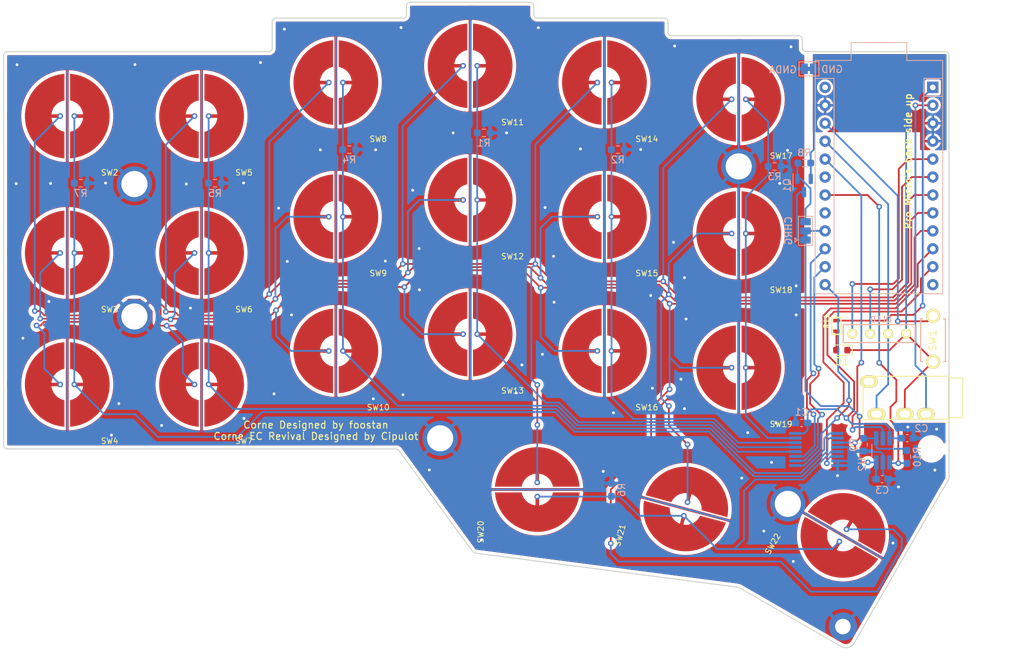
<source format=kicad_pcb>
(kicad_pcb (version 20211014) (generator pcbnew)
  (title_block (title "Corne EC Revival") (date "2022-01-28") (rev "1.0") (comment 1 "Copyright © 2021 Cipulot") (comment 2 "MIT License"))
  (layers (0 "F.Cu" signal) (31 "B.Cu" signal) (34 "B.Paste" user) (35 "F.Paste" user) (36 "B.SilkS" user "B.Silkscreen") (37 "F.SilkS" user "F.Silkscreen") (38 "B.Mask" user) (39 "F.Mask" user) (44 "Edge.Cuts" user))
  (net 0 "")
  (net 1 "GNDA")
  (net 2 "ROW0")
  (net 3 "COL0")
  (net 4 "ROW1")
  (net 5 "ROW2")
  (net 6 "COL1")
  (net 7 "COL2")
  (net 8 "COL4")
  (net 9 "COL5")
  (net 10 "COL6")
  (net 11 "+5V")
  (net 12 "Net-(C3-Pad1)")
  (net 13 "GND")
  (net 14 "Net-(D1-Pad2)")
  (net 15 "SDA")
  (net 16 "SCL")
  (net 17 "Net-(JP1-Pad3)")
  (net 18 "CHARGE_RST")
  (net 19 "Net-(R10-Pad1)")
  (net 20 "ADC")
  (net 21 "LED")
  (net 22 "RESET")
  (net 23 "OPAMP_SHDN")
  (net 24 "DATA")
  (net 25 "COL_EN")
  (net 26 "CSEL2")
  (net 27 "CSEL1")
  (net 28 "CSEL0")
  (net 33 "COL3")
  (net 34 "VCC")
  (footprint "cipulot_parts:OLED_Small" (layer "F.Cu") (at 195.86426 89.5202 180)
    (fp_text reference "J1" hide)
    (fp_text value "OLED" hide)
  )
  (footprint "cipulot_parts:ecs_pad" (layer "F.Cu") (at 147.5236 111.5962 90)
    (fp_text reference "SW20")
    (fp_text value "EC_SW" hide)
  )
  (footprint "" (layer "F.Cu") (at 188.7736 97.3462)
    (fp_text reference "")
    (fp_text value "")
  )
  (footprint "cipulot_parts:MountingHole_3.7mm_Pad_TopBottom" (layer "F.Cu") (at 133.7736 104.3462)
    (fp_text reference "REF**" hide)
    (fp_text value "MountingHole_3.7mm_Pad_TopBottom" hide)
  )
  (footprint "cipulot_parts:ecs_pad" (layer "F.Cu") (at 119.0236 72.9712 180)
    (fp_text reference "SW9")
    (fp_text value "EC_SW" hide)
  )
  (footprint "cipulot_parts:ecs_pad" (layer "F.Cu") (at 176.0236 94.3462 180)
    (fp_text reference "SW19")
    (fp_text value "EC_SW" hide)
  )
  (footprint "cipulot_parts:ecs_pad" (layer "F.Cu") (at 100.0236 96.7212 180)
    (fp_text reference "SW7")
    (fp_text value "EC_SW" hide)
  )
  (footprint "cipulot_parts:MountingHole_3.7mm_Pad_TopBottom" (layer "F.Cu") (at 182.975 113.625)
    (fp_text reference "REF**" hide)
    (fp_text value "MountingHole_3.7mm_Pad_TopBottom" hide)
  )
  (footprint "cipulot_parts:ecs_pad" (layer "F.Cu") (at 119.0236 91.9712 180)
    (fp_text reference "SW10")
    (fp_text value "EC_SW" hide)
  )
  (footprint "cipulot_parts:ecs_pad" (layer "F.Cu") (at 157.0236 53.9712 180)
    (fp_text reference "SW14")
    (fp_text value "EC_SW" hide)
  )
  (footprint "cipulot_parts:MountingHole_3.7mm_Pad_TopBottom" (layer "F.Cu") (at 176.0236 65.8462)
    (fp_text reference "REF**" hide)
    (fp_text value "MountingHole_3.7mm_Pad_TopBottom" hide)
  )
  (footprint "cipulot_parts:ecs_pad" (layer "F.Cu") (at 138.0236 51.5962 180)
    (fp_text reference "SW11")
    (fp_text value "EC_SW" hide)
  )
  (footprint "cipulot_parts:HOLE_M2" (layer "F.Cu") (at 203.2736 105.8462)
    (fp_text reference "H22" hide)
    (fp_text value "MountingHole" hide)
  )
  (footprint "cipulot_parts:ecs_pad" (layer "F.Cu") (at 176.0236 75.3462 180)
    (fp_text reference "SW18")
    (fp_text value "EC_SW" hide)
  )
  (footprint "cipulot_parts:ecs_pad" (layer "F.Cu") (at 157.0236 91.9712 180)
    (fp_text reference "SW16")
    (fp_text value "EC_SW" hide)
  )
  (footprint "cipulot_parts:ecs_pad" (layer "F.Cu") (at 100.0236 78.09494 180)
    (fp_text reference "SW6")
    (fp_text value "EC_SW" hide)
  )
  (footprint "Diode_SMD:D_0603_1608Metric" (layer "F.Cu") (at 190.6042 91.857 180)
    (fp_text reference "D1")
    (fp_text value "LED" hide)
  )
  (footprint "cipulot_parts:ecs_pad" (layer "F.Cu") (at 190.7736 118.0962 60)
    (fp_text reference "SW22")
    (fp_text value "EC_SW" hide)
  )
  (footprint "cipulot_parts:ecs_pad" (layer "F.Cu") (at 176.0236 56.3462 180)
    (fp_text reference "SW17")
    (fp_text value "EC_SW" hide)
  )
  (footprint "kbd:LEGO_HOLE" (layer "F.Cu") (at 190.7625 131)
    (fp_text reference "")
    (fp_text value "")
  )
  (footprint "cipulot_parts:ecs_pad" (layer "F.Cu") (at 100.0236 58.7212 180)
    (fp_text reference "SW5")
    (fp_text value "EC_SW" hide)
  )
  (footprint "cipulot_parts:ecs_pad" (layer "F.Cu") (at 138.0236 70.5962 180)
    (fp_text reference "SW12")
    (fp_text value "EC_SW" hide)
  )
  (footprint "cipulot_parts:R_0603" (layer "F.Cu") (at 189.8422 88.428 -90)
    (fp_text reference "R11")
    (fp_text value "R" hide)
  )
  (footprint "cipulot_parts:ecs_pad" (layer "F.Cu") (at 168.5236 114.3462 75)
    (fp_text reference "SW21")
    (fp_text value "EC_SW" hide)
  )
  (footprint "cipulot_parts:ecs_pad" (layer "F.Cu") (at 81.0236 96.7212 180)
    (fp_text reference "SW4")
    (fp_text value "EC_SW" hide)
  )
  (footprint "cipulot_parts:MountingHole_3.7mm_Pad_TopBottom" (layer "F.Cu") (at 90.5236 87.0962)
    (fp_text reference "REF**" hide)
    (fp_text value "MountingHole_3.7mm_Pad_TopBottom" hide)
  )
  (footprint "cipulot_parts:SW_3.5x6.0_TH" (layer "F.Cu") (at 203.475 90.475 -90)
    (fp_text reference "SW1")
    (fp_text value "SW_Push")
  )
  (footprint "cipulot_parts:ecs_pad" (layer "F.Cu") (at 138.0236 89.5962 180)
    (fp_text reference "SW13")
    (fp_text value "EC_SW" hide)
  )
  (footprint "cipulot_parts:ecs_pad" (layer "F.Cu") (at 81.0236 58.7212 180)
    (fp_text reference "SW2")
    (fp_text value "EC_SW" hide)
  )
  (footprint "cipulot_parts:ecs_pad" (layer "F.Cu") (at 119.0236 53.9712 180)
    (fp_text reference "SW8")
    (fp_text value "EC_SW" hide)
  )
  (footprint "cipulot_parts:TRRS-PJ-320A-no-Fmask" (layer "F.Cu") (at 205.7223 98.6134 -90)
    (fp_text reference "J2")
    (fp_text value "MJ-4PP-9")
  )
  (footprint "cipulot_parts:ecs_pad" (layer "F.Cu") (at 81.0236 78.09494 180)
    (fp_text reference "SW3")
    (fp_text value "EC_SW" hide)
  )
  (footprint "cipulot_parts:ecs_pad" (layer "F.Cu") (at 157.0236 72.9712 180)
    (fp_text reference "SW15")
    (fp_text value "EC_SW" hide)
  )
  (footprint "cipulot_parts:MountingHole_3.7mm_Pad_TopBottom" (layer "F.Cu") (at 90.5236 68.3462)
    (fp_text reference "REF**" hide)
    (fp_text value "MountingHole_3.7mm_Pad_TopBottom" hide)
  )
  (footprint "cipulot_parts:R_0603_1608Metric_Pad0.98x0.95mm_HandSolder" (layer "B.Cu") (at 158.925 63.4712)
    (fp_text reference "R2")
    (fp_text value "100k")
  )
  (footprint "cipulot_parts:R_0603_1608Metric_Pad0.98x0.95mm_HandSolder" (layer "B.Cu") (at 139.95 61.0962)
    (fp_text reference "R1")
    (fp_text value "100k")
  )
  (footprint "Jumper:SolderJumper-3_P1.3mm_Bridged12_Pad1.0x1.5mm" (layer "B.Cu") (at 185.4734 74.97328 90)
    (fp_text reference "JP1" hide)
    (fp_text value "Jumper_3_Bridged12" hide)
  )
  (footprint "cipulot_parts:R_0603_1608Metric_Pad0.98x0.95mm_HandSolder" (layer "B.Cu") (at 181.1 65.85)
    (fp_text reference "R3")
    (fp_text value "100k")
  )
  (footprint "Jumper:SolderJumper-2_P1.3mm_Bridged_Pad1.0x1.5mm" (layer "B.Cu") (at 185.956 52.0298)
    (fp_text reference "JP2" hide)
    (fp_text value "Jumper_NC_Small" hide)
  )
  (footprint "cipulot_parts:Sparkfun_Pro_Micro" (layer "B.Cu") (at 188.24426 82.59328)
    (fp_text reference "U3" hide)
    (fp_text value "ProMicro")
  )
  (footprint "cipulot_parts:R_0603_1608Metric_Pad0.98x0.95mm_HandSolder" (layer "B.Cu") (at 158.0236 111.6436 90)
    (fp_text reference "R6")
    (fp_text value "100k")
  )
  (footprint "cipulot_parts:TSSOP16" (layer "B.Cu") (at 187.0228 105.9286 -90)
    (fp_text reference "U1")
    (fp_text value "74HC4051")
  )
  (footprint "cipulot_parts:R_0603_1608Metric_Pad0.98x0.95mm_HandSolder" (layer "B.Cu") (at 199.825 106.975 -90)
    (fp_text reference "R10")
    (fp_text value "22k : 100k" hide)
  )
  (footprint "Package_TO_SOT_SMD:TSOT-23-6_HandSoldering" (layer "B.Cu") (at 196.4208 106.0556 90)
    (fp_text reference "U2")
    (fp_text value "LTC6255IS6TRMPBF_flipped_power" hide)
  )
  (footprint "cipulot_parts:R_0603_1608Metric_Pad0.98x0.95mm_HandSolder" (layer "B.Cu") (at 101.925 68.2212)
    (fp_text reference "R5")
    (fp_text value "100k")
  )
  (footprint "cipulot_parts:R_0603_1608Metric_Pad0.98x0.95mm_HandSolder" (layer "B.Cu") (at 185.2956 65.3648)
    (fp_text reference "R8")
    (fp_text value "100k" hide)
  )
  (footprint "cipulot_parts:R_0603_1608Metric_Pad0.98x0.95mm_HandSolder" (layer "B.Cu") (at 193.7 105.25 90)
    (fp_text reference "R9")
    (fp_text value "1k" hide)
  )
  (footprint "cipulot_parts:C_0603_1608Metric_Pad1.08x0.95mm_HandSolder" (layer "B.Cu") (at 184.9146 102.1694)
    (fp_text reference "C1")
    (fp_text value "0.1u" hide)
  )
  (footprint "Package_TO_SOT_SMD:SOT-23" (layer "B.Cu") (at 185.2702 68.5398 -90)
    (fp_text reference "Q1")
    (fp_text value "Q_NMOS_GSD" hide)
  )
  (footprint "cipulot_parts:C_0603_1608Metric_Pad1.08x0.95mm_HandSolder" (layer "B.Cu") (at 199.875 104.325)
    (fp_text reference "C2")
    (fp_text value "0.1u" hide)
  )
  (footprint "cipulot_parts:R_0603_1608Metric_Pad0.98x0.95mm_HandSolder" (layer "B.Cu") (at 120.925 63.4712)
    (fp_text reference "R4")
    (fp_text value "100k")
  )
  (footprint "cipulot_parts:C_0603_1608Metric_Pad1.08x0.95mm_HandSolder" (layer "B.Cu") (at 196.325 110.125)
    (fp_text reference "C3")
    (fp_text value "220p" hide)
  )
  (footprint "cipulot_parts:R_0603_1608Metric_Pad0.98x0.95mm_HandSolder" (layer "B.Cu") (at 82.925 68.2212)
    (fp_text reference "R7")
    (fp_text value "100k")
  )
  (gr_line (start 185.0236 47.8462) (end 185.0236 49.0962) (layer "Edge.Cuts") (width 0.15))
  (gr_line (start 205.2736 49.5962) (end 185.5236 49.5962) (layer "Edge.Cuts") (width 0.15))
  (gr_arc (start 72.537498 105.850008) (mid 72.174741 105.706031) (end 72.0236 105.3462) (layer "Edge.Cuts") (width 0.15))
  (gr_arc (start 72.0236 50.0962) (mid 72.170047 49.742647) (end 72.5236 49.5962) (layer "Edge.Cuts") (width 0.15))
  (gr_arc (start 184.5236 47.3462) (mid 184.877153 47.492647) (end 185.0236 47.8462) (layer "Edge.Cuts") (width 0.15))
  (gr_arc (start 185.5236 49.5962) (mid 185.170047 49.449753) (end 185.0236 49.0962) (layer "Edge.Cuts") (width 0.15))
  (gr_arc (start 110.0236 49.0962) (mid 109.877153 49.449753) (end 109.5236 49.5962) (layer "Edge.Cuts") (width 0.15))
  (gr_arc (start 205.2736 49.5962) (mid 205.627153 49.742647) (end 205.7736 50.0962) (layer "Edge.Cuts") (width 0.15))
  (gr_line (start 205.7736 50.0962) (end 205.7736 110.0962) (layer "Edge.Cuts") (width 0.15))
  (gr_arc (start 110.0236 45.3462) (mid 110.170047 44.992647) (end 110.5236 44.8462) (layer "Edge.Cuts") (width 0.15))
  (gr_arc (start 129.0236 43.0962) (mid 129.170047 42.742647) (end 129.5236 42.5962) (layer "Edge.Cuts") (width 0.15))
  (gr_arc (start 146.5236 42.5962) (mid 146.877153 42.742647) (end 147.0236 43.0962) (layer "Edge.Cuts") (width 0.15))
  (gr_arc (start 129.0236 44.3462) (mid 128.877153 44.699753) (end 128.5236 44.8462) (layer "Edge.Cuts") (width 0.15))
  (gr_arc (start 147.5236 44.8462) (mid 147.170047 44.699753) (end 147.0236 44.3462) (layer "Edge.Cuts") (width 0.15))
  (gr_arc (start 165.5236 44.8462) (mid 165.877153 44.992647) (end 166.0236 45.3462) (layer "Edge.Cuts") (width 0.15))
  (gr_arc (start 166.5236 47.3462) (mid 166.170047 47.199753) (end 166.0236 46.8462) (layer "Edge.Cuts") (width 0.15))
  (gr_line (start 89.5236 49.5962) (end 72.5236 49.5962) (layer "Edge.Cuts") (width 0.15))
  (gr_line (start 72.0236 50.0962) (end 72.0236 105.3462) (layer "Edge.Cuts") (width 0.15))
  (gr_line (start 166.0236 46.8462) (end 166.0236 45.3462) (layer "Edge.Cuts") (width 0.15))
  (gr_line (start 129.0236 43.0962) (end 129.0236 44.3462) (layer "Edge.Cuts") (width 0.15))
  (gr_line (start 146.5236 42.5962) (end 129.5236 42.5962) (layer "Edge.Cuts") (width 0.15))
  (gr_line (start 147.0236 44.3462) (end 147.0236 43.0962) (layer "Edge.Cuts") (width 0.15))
  (gr_line (start 110.0236 45.3462) (end 110.0236 49.0962) (layer "Edge.Cuts") (width 0.15))
  (gr_line (start 184.5236 47.3462) (end 166.5236 47.3462) (layer "Edge.Cuts") (width 0.15))
  (gr_line (start 165.5236 44.8462) (end 147.5236 44.8462) (layer "Edge.Cuts") (width 0.15))
  (gr_line (start 109.5236 49.5962) (end 91.5236 49.5962) (layer "Edge.Cuts") (width 0.15))
  (gr_line (start 128.5236 44.8462) (end 110.5236 44.8462) (layer "Edge.Cuts") (width 0.15))
  (gr_line (start 138.787498 120.600008) (end 175.458054 125.370352) (layer "Edge.Cuts") (width 0.15))
  (gr_line (start 127.537498 105.850008) (end 72.537498 105.850008) (layer "Edge.Cuts") (width 0.15))
  (gr_line (start 176.112498 125.500008) (end 190.406749 133.760964) (layer "Edge.Cuts") (width 0.15))
  (gr_line (start 204.687498 111.925008) (end 205.7736 110.0962) (layer "Edge.Cuts") (width 0.15))
  (gr_line (start 127.891051 105.996455) (end 138.433945 120.453561) (layer "Edge.Cuts") (width 0.15))
  (gr_arc (start 127.537498 105.850008) (mid 127.72884 105.888068) (end 127.891051 105.996455) (layer "Edge.Cuts") (width 0.15))
  (gr_arc (start 175.458054 125.370352) (mid 175.78845 125.419157) (end 176.112498 125.500008) (layer "Edge.Cuts") (width 0.15))
  (gr_line (start 192.334761 133.381473) (end 204.687498 111.925008) (layer "Edge.Cuts") (width 0.15))
  (gr_arc (start 138.787498 120.600008) (mid 138.596156 120.561948) (end 138.433945 120.453561) (layer "Edge.Cuts") (width 0.15))
  (gr_line (start 89.5236 49.5962) (end 91.5236 49.5962) (layer "Edge.Cuts") (width 0.15))
  (gr_arc (start 192.334761 133.381473) (mid 191.449567 133.971625) (end 190.406749 133.760964) (layer "Edge.Cuts") (width 0.15))
  (gr_text "OLED" (at 196.14674 87.50512) (layer "B.SilkS") (effects (font (size 0.8128 0.8128)) (justify mirror)))
  (gr_text "CHRG" (at 183.0625 74.95048 90) (layer "B.SilkS") (effects (font (size 1 1)) (justify mirror)))
  (gr_text "GND" (at 189.2375 52.10048) (layer "B.SilkS") (effects (font (size 1 1)) (justify mirror)))
  (gr_text "GNDA" (at 182.2875 52.15048) (layer "B.SilkS") (effects (font (size 1 1)) (justify mirror)))
  (gr_text "Corne Designed by foostan\nCorne EC Revival Designed by Cipulot" (at 116.2 103.25) (layer "F.SilkS") (effects (font (size 1 1))))
  (gr_text "Pro Micro's back side up" (at 200.0125 65.12548 90) (layer "F.SilkS") (effects (font (size 1 1) (thickness 0.2))))
  (segment (start 165.85 98.85) (end 164.8 99.9) (width 0.25) (layer "F.Cu") (net 1))
  (segment (start 164.8 99.9) (end 164.8 104.525) (width 0.25) (layer "F.Cu") (net 1))
  (segment (start 167.525 98.85) (end 165.85 98.85) (width 0.25) (layer "F.Cu") (net 1))
  (via (at 158.3 100.725) (size 0.8) (drill 0.4) (layers "F.Cu" "B.Cu") (net 1))
  (via (at 97.8688 68.3366) (size 0.8) (drill 0.4) (layers "F.Cu" "B.Cu") (net 1))
  (via (at 98.45 85.9) (size 0.8) (drill 0.4) (layers "F.Cu" "B.Cu") (net 1))
  (via (at 176.45 109.975) (size 0.8) (drill 0.4) (layers "F.Cu" "B.Cu") (net 1))
  (via (at 179.575 117.475) (size 0.8) (drill 0.4) (layers "F.Cu" "B.Cu") (net 1))
  (via (at 199.95 102.75) (size 0.8) (drill 0.4) (layers "F.Cu" "B.Cu") (net 1))
  (via (at 168.35 81.6) (size 0.8) (drill 0.4) (layers "F.Cu" "B.Cu") (net 1))
  (via (at 163.575 84.125) (size 0.8) (drill 0.4) (layers "F.Cu" "B.Cu") (net 1))
  (via (at 147.675 46.2) (size 0.8) (drill 0.4) (layers "F.Cu" "B.Cu") (net 1))
  (via (at 87.275 103.9) (size 0.8) (drill 0.4) (layers "F.Cu" "B.Cu") (net 1))
  (via (at 88.325 99.425) (size 0.8) (drill 0.4) (layers "F.Cu" "B.Cu") (net 1))
  (via (at 132.25 108.825) (size 0.8) (drill 0.4) (layers "F.Cu" "B.Cu") (net 1))
  (via (at 105.9714 68.1842) (size 0.8) (drill 0.4) (layers "F.Cu" "B.Cu") (net 1))
  (via (at 130.85 83.325) (size 0.8) (drill 0.4) (layers "F.Cu" "B.Cu") (net 1))
  (via (at 184.15 86.875) (size 0.8) (drill 0.4) (layers "F.Cu" "B.Cu") (net 1))
  (via (at 116.825 63.5) (size 0.8) (drill 0.4) (layers "F.Cu" "B.Cu") (net 1))
  (via (at 184.15 82.75) (size 0.8) (drill 0.4) (layers "F.Cu" "B.Cu") (net 1))
  (via (at 180.675 107.75) (size 0.8) (drill 0.4) (layers "F.Cu" "B.Cu") (net 1))
  (via (at 181.825 68.25) (size 0.8) (drill 0.4) (layers "F.Cu" "B.Cu") (net 1))
  (via (at 130.8 77.475) (size 0.8) (drill 0.4) (layers "F.Cu" "B.Cu") (net 1))
  (via (at 148.25 92.45) (size 0.8) (drill 0.4) (layers "F.Cu" "B.Cu") (net 1))
  (via (at 126.025 79.25) (size 0.8) (drill 0.4) (layers "F.Cu" "B.Cu") (net 1))
  (via (at 149.9 85.075) (size 0.8) (drill 0.4) (layers "F.Cu" "B.Cu") (net 1))
  (via (at 73.9166 51.4456) (size 0.8) (drill 0.4) (layers "F.Cu" "B.Cu") (net 1))
  (via (at 124.65 63.5) (size 0.8) (drill 0.4) (layers "F.Cu" "B.Cu") (net 1))
  (via (at 112.15 79.3) (size 0.8) (drill 0.4) (layers "F.Cu" "B.Cu") (net 1))
  (via (at 108.359 51.1408) (size 0.8) (drill 0.4) (layers "F.Cu" "B.Cu") (net 1))
  (via (at 177.3 103.55) (size 0.8) (drill 0.4) (layers "F.Cu" "B.Cu") (net 1))
  (via (at 73.7896 68.2858) (size 0.8) (drill 0.4) (layers "F.Cu" "B.Cu") (net 1))
  (via (at 204.025 103.05) (size 0.8) (drill 0.4) (layers "F.Cu" "B.Cu") (net 1))
  (via (at 144.55 97.925) (size 0.8) (drill 0.4) (layers "F.Cu" "B.Cu") (net 1))
  (via (at 78.425 84.975) (size 0.8) (drill 0.4) (layers "F.Cu" "B.Cu") (net 1))
  (via (at 94.375 102.525) (size 0.8) (drill 0.4) (layers "F.Cu" "B.Cu") (net 1))
  (via (at 166.95 48.8) (size 0.8) (drill 0.4) (layers "F.Cu" "B.Cu") (net 1))
  (via (at 135.625 61.1) (size 0.8) (drill 0.4) (layers "F.Cu" "B.Cu") (net 1))
  (via (at 203.775 108.85) (size 0.8) (drill 0.4) (layers "F.Cu" "B.Cu") (net 1))
  (via (at 78.6664 68.2604) (size 0.8) (drill 0.4) (layers "F.Cu" "B.Cu") (net 1))
  (via (at 110.925 71.75) (size 0.8) (drill 0.4) (layers "F.Cu" "B.Cu") (net 1))
  (via (at 111.7372 46.4164) (size 0.8) (drill 0.4) (layers "F.Cu" "B.Cu") (net 1))
  (via (at 167.85 95.975) (size 0.8) (drill 0.4) (layers "F.Cu" "B.Cu") (net 1))
  (via (at 106.025 101.525) (size 0.8) (drill 0.4) (layers "F.Cu" "B.Cu") (net 1))
  (via (at 163.8 97.25) (size 0.8) (drill 0.4) (layers "F.Cu" "B.Cu") (net 1))
  (via (at 166.8 76.6) (size 0.8) (drill 0.4) (layers "F.Cu" "B.Cu") (net 1))
  (via (at 149.825 78.575) (size 0.8) (drill 0.4) (layers "F.Cu" "B.Cu") (net 1))
  (via (at 145.35 93.95) (size 0.8) (drill 0.4) (layers "F.Cu" "B.Cu") (net 1))
  (via (at 74.75 90.175) (size 0.8) (drill 0.4) (layers "F.Cu" "B.Cu") (net 1))
  (via (at 112.75 86.875) (size 0.8) (drill 0.4) (layers "F.Cu" "B.Cu") (net 1))
  (via (at 128.2472 46.1878) (size 0.8) (drill 0.4) (layers "F.Cu" "B.Cu") (net 1))
  (via (at 156.85 109.025) (size 0.8) (drill 0.4) (layers "F.Cu" "B.Cu") (net 1))
  (via (at 182.925 63.575) (size 0.8) (drill 0.4) (layers "F.Cu" "B.Cu") (net 1))
  (via (at 128.525 98.175) (size 0.8) (drill 0.4) (layers "F.Cu" "B.Cu") (net 1))
  (via (at 168.35 100.15) (size 0.8) (drill 0.4) (layers "F.Cu" "B.Cu") (net 1))
  (via (at 86.4388 68.2096) (size 0.8) (drill 0.4) (layers "F.Cu" "B.Cu") (net 1))
  (via (at 183.425 48.9) (size 0.8) (drill 0.4) (layers "F.Cu" "B.Cu") (net 1))
  (via (at 90.6044 51.4202) (size 0.8) (drill 0.4) (layers "F.Cu" "B.Cu") (net 1))
  (via (at 148.625 71.675) (size 0.8) (drill 0.4) (layers "F.Cu" "B.Cu") (net 1))
  (via (at 153.625 63.375) (size 0.8) (drill 0.4) (layers "F.Cu" "B.Cu") (net 1))
  (via (at 143.175 61.1) (size 0.8) (drill 0.4) (layers "F.Cu" "B.Cu") (net 1))
  (via (at 197.85 119.175) (size 0.8) (drill 0.4) (layers "F.Cu" "B.Cu") (net 1))
  (via (at 129.9 69.225) (size 0.8) (drill 0.4) (layers "F.Cu" "B.Cu") (net 1))
  (via (at 139.575 118.75) (size 0.8) (drill 0.4) (layers "F.Cu" "B.Cu") (net 1))
  (via (at 198.625 111.225) (size 0.8) (drill 0.4) (layers "F.Cu" "B.Cu") (net 1))
  (via (at 124.325 98.75) (size 0.8) (drill 0.4) (layers "F.Cu" "B.Cu") (net 1))
  (via (at 190 109.625) (size 0.8) (drill 0.4) (layers "F.Cu" "B.Cu") (net 1))
  (via (at 181.3 102.15) (size 0.8) (drill 0.4) (layers "F.Cu" "B.Cu") (net 1))
  (via (at 110.275 98.05) (size 0.8) (drill 0.4) (layers "F.Cu" "B.Cu") (net 1))
  (via (at 168.575 87.45) (size 0.8) (drill 0.4) (layers "F.Cu" "B.Cu") (net 1))
  (via (at 162.15 63.45) (size 0.8) (drill 0.4) (layers "F.Cu" "B.Cu") (net 1))
  (via (at 183.75 121.775) (size 0.8) (drill 0.4) (layers "F.Cu" "B.Cu") (net 1))
  (segment (start 193.7 106.1625) (end 193.81202 106.27452) (width 0.25) (layer "B.Cu") (net 1))
  (segment (start 157.025 98.775) (end 157.025 46.55) (width 0.25) (layer "B.Cu") (net 1))
  (segment (start 191.5731 108.2019) (end 189.99714 108.2019) (width 0.25) (layer "B.Cu") (net 1))
  (segment (start 100.025 103.4) (end 100.025 51.25) (width 0.25) (layer "B.Cu") (net 1))
  (segment (start 196.4208 106.5958) (end 196.4208 107.7656) (width 0.25) (layer "B.Cu") (net 1))
  (segment (start 196.4208 107.7656) (end 196.4208 109.3583) (width 0.25) (layer "B.Cu") (net 1))
  (segment (start 191.825 107.95) (end 191.5731 108.2019) (width 0.25) (layer "B.Cu") (net 1))
  (segment (start 119.025 98.775) (end 119.025 46.575) (width 0.25) (layer "B.Cu") (net 1))
  (segment (start 191.825 105.975) (end 191.825 107.95) (width 0.25) (layer "B.Cu") (net 1))
  (segment (start 140.075 111.6) (end 154.75 111.6) (width 0.25) (layer "B.Cu") (net 1))
  (segment (start 191.45602 105.60602) (end 191.825 105.975) (width 0.25) (layer "B.Cu") (net 1))
  (segment (start 176.025 101.175) (end 176.025 48.95) (width 0.25) (layer "B.Cu") (net 1))
  (segment (start 189.99714 107.55166) (end 191.82334 107.55166) (width 0.25) (layer "B.Cu") (net 1))
  (segment (start 196.4208 109.3583) (end 197.1875 110.125) (width 0.25) (layer "B.Cu") (net 1))
  (segment (start 193.81202 106.27452) (end 196.09952 106.27452) (width 0.25) (layer "B.Cu") (net 1))
  (segment (start 138.025 96.3) (end 138.025 44.125) (width 0.25) (layer "B.Cu") (net 1))
  (segment (start 196.09952 106.27452) (end 196.4208 106.5958) (width 0.25) (layer "B.Cu") (net 1))
  (segment (start 81.025 104.125) (end 81.025 51.15) (width 0.25) (layer "B.Cu") (net 1))
  (segment (start 196.55 121.425) (end 184.125 114.25) (width 0.25) (layer "B.Cu") (net 1))
  (segment (start 175.65 116.25) (end 161.325 112.425) (width 0.25) (layer "B.Cu") (net 1))
  (segment (start 191.82334 107.55166) (end 191.825 107.55) (width 0.25) (layer "B.Cu") (net 1))
  (segment (start 189.99714 105.60602) (end 191.45602 105.60602) (width 0.25) (layer "B.Cu") (net 1))
  (segment (start 77.80048 86.95048) (end 85.12452 86.95048) (width 0.25) (layer "F.Cu") (net 2))
  (segment (start 94.975 86.425) (end 96.249614 86.425) (width 0.25) (layer "F.Cu") (net 2))
  (segment (start 147.25096 79.65096) (end 128.49904 79.65096) (width 0.25) (layer "F.Cu") (net 2))
  (segment (start 200.00192 70.77308) (end 200.88172 69.89328) (width 0.25) (layer "F.Cu") (net 2))
  (segment (start 94.975 86.028565) (end 94.975 86.425) (width 0.25) (layer "F.Cu") (net 2))
  (segment (start 106.57404 86.95096) (end 109.6 83.925) (width 0.25) (layer "F.Cu") (net 2))
  (segment (start 147.5236 110.5962) (end 147.5236 108.22074) (width 0.25) (layer "F.Cu") (net 2))
  (segment (start 165.34952 82.12548) (end 149.72548 82.12548) (width 0.25) (layer "F.Cu") (net 2))
  (segment (start 175.0236 56.3462) (end 172.89814 56.3462) (width 0.25) (layer "F.Cu") (net 2))
  (segment (start 89.075 83) (end 91.946435 83) (width 0.25) (layer "F.Cu") (net 2))
  (segment (start 200.00192 82.255208) (end 200.00192 70.77308) (width 0.25) (layer "F.Cu") (net 2))
  (segment (start 197.856168 84.40096) (end 200.00192 82.255208) (width 0.25) (layer "F.Cu") (net 2))
  (segment (start 137.0236 51.5962) (end 134.51358 51.5962) (width 0.25) (layer "F.Cu") (net 2))
  (segment (start 167.62596 84.40096) (end 197.856168 84.40096) (width 0.25) (layer "F.Cu") (net 2))
  (segment (start 95.45858 58.7212) (end 99.0236 58.7212) (width 0.25) (layer "F.Cu") (net 2))
  (segment (start 85.12452 86.95048) (end 89.075 83) (width 0.25) (layer "F.Cu") (net 2))
  (segment (start 96.249614 86.425) (end 96.775574 86.95096) (width 0.25) (layer "F.Cu") (net 2))
  (segment (start 165.35 82.125) (end 165.34952 82.12548) (width 0.25) (layer "F.Cu") (net 2))
  (segment (start 165.35 82.125) (end 167.62596 84.40096) (width 0.25) (layer "F.Cu") (net 2))
  (segment (start 126.12404 82.02596) (end 111.49904 82.02596) (width 0.25) (layer "F.Cu") (net 2))
  (segment (start 96.775574 86.95096) (end 106.57404 86.95096) (width 0.25) (layer "F.Cu") (net 2))
  (segment (start 118.0236 53.9712) (end 115.35858 53.9712) (width 0.25) (layer "F.Cu") (net 2))
  (segment (start 77.175 86.325) (end 77.80048 86.95048) (width 0.25) (layer "F.Cu") (net 2))
  (segment (start 147.525 102.45) (end 147.525 96.775) (width 0.25) (layer "F.Cu") (net 2))
  (segment (start 91.946435 83) (end 94.975 86.028565) (width 0.25) (layer "F.Cu") (net 2))
  (segment (start 111.49904 82.02596) (end 109.6 83.925) (width 0.25) (layer "F.Cu") (net 2))
  (segment (start 76.425 86.325) (end 77.175 86.325) (width 0.25) (layer "F.Cu") (net 2))
  (segment (start 149.72548 82.12548) (end 147.25096 79.65096) (width 0.25) (layer "F.Cu") (net 2))
  (segment (start 200.88172 69.89328) (end 203.48426 69.89328) (width 0.25) (layer "F.Cu") (net 2))
  (segment (start 80.0236 58.7212) (end 77.98858 58.7212) (width 0.25) (layer "F.Cu") (net 2))
  (segment (start 156.0236 53.9712) (end 154.00314 53.9712) (width 0.25) (layer "F.Cu") (net 2))
  (segment (start 128.49904 79.65096) (end 126.12404 82.02596) (width 0.25) (layer "F.Cu") (net 2))
  (via (at 165.35 82.125) (size 0.8) (drill 0.4) (layers "F.Cu" "B.Cu") (net 2))
  (via (at 99.0236 58.7212) (size 0.8) (drill 0.4) (layers "F.Cu" "B.Cu") (net 2))
  (via (at 147.25096 79.65096) (size 0.8) (drill 0.4) (layers "F.Cu" "B.Cu") (net 2))
  (via (at 156.0236 53.9712) (size 0.8) (drill 0.4) (layers "F.Cu" "B.Cu") (net 2))
  (via (at 76.425 86.325) (size 0.8) (drill 0.4) (layers "F.Cu" "B.Cu") (net 2))
  (via (at 80.0236 58.7212) (size 0.8) (drill 0.4) (layers "F.Cu" "B.Cu") (net 2))
  (via (at 94.975 86.425) (size 0.8) (drill 0.4) (layers "F.Cu" "B.Cu") (net 2))
  (via (at 175.0236 56.3462) (size 0.8) (drill 0.4) (layers "F.Cu" "B.Cu") (net 2))
  (via (at 128.49904 79.65096) (size 0.8) (drill 0.4) (layers "F.Cu" "B.Cu") (net 2))
  (via (at 118.0236 53.9712) (size 0.8) (drill 0.4) (layers "F.Cu" "B.Cu") (net 2))
  (via (at 147.525 96.775) (size 0.8) (drill 0.4) (layers "F.Cu" "B.Cu") (net 2))
  (via (at 147.525 102.45) (size 0.8) (drill 0.4) (layers "F.Cu" "B.Cu") (net 2))
  (via (at 137.0236 51.5962) (size 0.8) (drill 0.4) (layers "F.Cu" "B.Cu") (net 2))
  (via (at 109.6 83.925) (size 0.8) (drill 0.4) (layers "F.Cu" "B.Cu") (net 2))
  (via (at 147.5236 110.5962) (size 0.8) (drill 0.4) (layers "F.Cu" "B.Cu") (net 2))
  (segment (start 109.6 62.4) (end 109.6 83.925) (width 0.25) (layer "B.Cu") (net 2))
  (segment (start 111.4875 60.5125) (end 111.25 60.75) (width 0.25) (layer "B.Cu") (net 2))
  (segment (start 146.675 95.925) (end 147.525 96.775) (width 0.25) (layer "B.Cu") (net 2))
  (segment (start 165.35 82.125) (end 165.35 66.025) (width 0.25) (layer "B.Cu") (net 2))
  (segment (start 147.25 79.65) (end 147.25096 79.65096) (width 0.25) (layer "B.Cu") (net 2))
  (segment (start 147.25096 79.65096) (end 146.675 80.22692) (width 0.25) (layer "B.Cu") (net 2))
  (segment (start 99.0236 58.7212) (end 99.0236 58.7264) (width 0.25) (layer "B.Cu") (net 2))
  (segment (start 94.975 64.025) (end 94.975 86) (width 0.25) (layer "B.Cu") (net 2))
  (segment (start 165.35 66.025) (end 175.0236 56.3514) (width 0.25) (layer "B.Cu") (net 2))
  (segment (start 137.0236 51.5962) (end 128.475 60.1448) (width 0.25) (layer "B.Cu") (net 2))
  (segment (start 99.0236 58.7264) (end 96.1 61.65) (width 0.25) (layer "B.Cu") (net 2))
  (segment (start 128.475 79.62692) (end 128.475 60.1448) (width 0.25) (layer "B.Cu") (net 2))
  (segment (start 76.425 86.325) (end 76.4312 86.3188) (width 0.25) (layer "B.Cu") (net 2))
  (segment (start 147.25 62.75) (end 147.25 79.65) (width 0.25) (layer "B.Cu") (net 2))
  (segment (start 156.0236 53.9764) (end 147.25 62.75) (width 0.25) (layer "B.Cu") (net 2))
  (segment (start 147.5236 102.4514) (end 147.5236 110.5962) (width 0.25) (layer "B.Cu") (net 2))
  (segment (start 146.675 80.22692) (end 146.675 95.925) (width 0.25) (layer "B.Cu") (net 2))
  (segment (start 76.4312 86.3188) (end 76.4312 62.3136) (width 0.25) (layer "B.Cu") (net 2))
  (segment (start 128.49904 79.65096) (end 128.475 79.62692) (width 0.25) (layer "B.Cu") (net 2))
  (segment (start 96.1 61.65) (end 94.975 62.775) (width 0.25) (layer "B.Cu") (net 2))
  (segment (start 76.4312 62.3136) (end 80.0236 58.7212) (width 0.25) (layer "B.Cu") (net 2))
  (segment (start 156.0236 53.9712) (end 156.0236 53.9764) (width 0.25) (layer "B.Cu") (net 2))
  (segment (start 118.0236 53.9764) (end 111.4875 60.5125) (width 0.25) (layer "B.Cu") (net 2))
  (segment (start 147.525 102.45) (end 147.5236 102.4514) (width 0.25) (layer "B.Cu") (net 2))
  (segment (start 175.0236 56.3514) (end 175.0236 56.3462) (width 0.25) (layer "B.Cu") (net 2))
  (segment (start 118.0236 53.9712) (end 118.0236 53.9764) (width 0.25) (layer "B.Cu") (net 2))
  (segment (start 94.975 86) (end 94.975 86.425) (width 0.25) (layer "B.Cu") (net 2))
  (segment (start 94.975 62.775) (end 94.975 64.025) (width 0.25) (layer "B.Cu") (net 2))
  (segment (start 111.4875 60.5125) (end 109.6 62.4) (width 0.25) (layer "B.Cu") (net 2))
  (segment (start 82.0236 58.7212) (end 84.52314 58.7212) (width 0.25) (layer "F.Cu") (net 3))
  (segment (start 82.0236 96.7212) (end 84.64858 96.7212) (width 0.25) (layer "F.Cu") (net 3))
  (segment (start 82.0236 78.09494) (end 84.1394 78.09494) (width 0.25) (layer "F.Cu") (net 3))
  (via (at 82.0236 96.7212) (size 0.8) (drill 0.4) (layers "F.Cu" "B.Cu") (net 3))
  (via (at 82.0236 58.7212) (size 0.8) (drill 0.4) (layers "F.Cu" "B.Cu") (net 3))
  (via (at 82.0236 78.09494) (size 0.8) (drill 0.4) (layers "F.Cu" "B.Cu") (net 3))
  (segment (start 184.978564 109.725) (end 178.15 109.725) (width 0.25) (layer "B.Cu") (net 3))
  (segment (start 188.85814 104.30554) (end 188.575 104.58868) (width 0.25) (layer "B.Cu") (net 3))
  (segment (start 150.025001 100.625) (end 108.6 100.625) (width 0.25) (layer "B.Cu") (net 3))
  (segment (start 82.0236 58.7212) (end 82.0236 96.7212) (width 0.25) (layer "B.Cu") (net 3))
  (segment (start 108.6 100.625) (end 105.075 104.15) (width 0.25) (layer "B.Cu") (net 3))
  (segment (start 93.85 104.15) (end 90.625 100.925) (width 0.25) (layer "B.Cu") (net 3))
  (segment (start 188.575 104.58868) (end 188.575 106.128564) (width 0.25) (layer "B.Cu") (net 3))
  (segment (start 105.075 104.15) (end 93.85 104.15) (width 0.25) (layer "B.Cu") (net 3))
  (segment (start 82.0236 96.7236) (end 82.0236 96.7212) (width 0.25) (layer "B.Cu") (net 3))
  (segment (start 171.825 103.4) (end 152.800001 103.4) (width 0.25) (layer "B.Cu") (net 3))
  (segment (start 178.15 109.725) (end 171.825 103.4) (width 0.25) (layer "B.Cu") (net 3))
  (segment (start 188.575 106.128564) (end 184.978564 109.725) (width 0.25) (layer "B.Cu") (net 3))
  (segment (start 189.99714 104.30554) (end 188.85814 104.30554) (width 0.25) (layer "B.Cu") (net 3))
  (segment (start 90.625 100.925) (end 86.225 100.925) (width 0.25) (layer "B.Cu") (net 3))
  (segment (start 152.800001 103.4) (end 150.025001 100.625) (width 0.25) (layer "B.Cu") (net 3))
  (segment (start 86.225 100.925) (end 82.0236 96.7236) (width 0.25) (layer "B.Cu") (net 3))
  (segment (start 129.99952 80.10048) (end 129.225 80.875) (width 0.25) (layer "F.Cu") (net 4))
  (segment (start 85.310718 87.4) (end 77.2 87.4) (width 0.25) (layer "F.Cu") (net 4))
  (segment (start 203.48426 72.43328) (end 201.39172 72.43328) (width 0.25) (layer "F.Cu") (net 4))
  (segment (start 146.47548 80.10048) (end 129.99952 80.10048) (width 0.25) (layer "F.Cu") (net 4))
  (segment (start 198.042365 84.85048) (end 167.00048 84.85048) (width 0.25) (layer "F.Cu") (net 4))
  (segment (start 156.0236 72.9712) (end 153.02858 72.9712) (width 0.25) (layer "F.Cu") (net 4))
  (segment (start 201.39172 72.43328) (end 200.45144 73.37356) (width 0.25) (layer "F.Cu") (net 4))
  (segment (start 168.782419 113.380274) (end 168.782419 113.071921) (width 0.25) (layer "F.Cu") (net 4))
  (segment (start 166.125 83.975) (end 164.725 82.575) (width 0.25) (layer "F.Cu") (net 4))
  (segment (start 95.754746 87.40048) (end 107.67452 87.40048) (width 0.25) (layer "F.Cu") (net 4))
  (segment (start 80.0236 78.09494) (end 78.10232 78.09494) (width 0.25) (layer "F.Cu") (net 4))
  (segment (start 94.225 87.2) (end 94.225 85.914282) (width 0.25) (layer "F.Cu") (net 4))
  (segment (start 95.642413 87.512813) (end 95.754746 87.40048) (width 0.25) (layer "F.Cu") (net 4))
  (segment (start 91.760238 83.44952) (end 89.261198 83.44952) (width 0.25) (layer "F.Cu") (net 4))
  (segment (start 129.225 80.875) (end 127.62452 82.47548) (width 0.25) (layer "F.Cu") (net 4))
  (segment (start 148.95 82.575) (end 147.9875 81.6125) (width 0.25) (layer "F.Cu") (net 4))
  (segment (start 164.725 82.575) (end 148.95 82.575) (width 0.25) (layer "F.Cu") (net 4))
  (segment (start 89.261198 83.44952) (end 85.310718 87.4) (width 0.25) (layer "F.Cu") (net 4))
  (segment (start 200.45144 73.37356) (end 200.45144 82.441406) (width 0.25) (layer "F.Cu") (net 4))
  (segment (start 166.15 102.569424) (end 168.780576 105.2) (width 0.25) (layer "F.Cu") (net 4))
  (segment (start 95.642413 87.512813) (end 94.537813 87.512813) (width 0.25) (layer "F.Cu") (net 4))
  (segment (start 127.62452 82.47548) (end 112.599521 82.47548) (width 0.25) (layer "F.Cu") (net 4))
  (segment (start 200.45144 82.441406) (end 198.042365 84.85048) (width 0.25) (layer "F.Cu") (net 4))
  (segment (start 167.00048 84.85048) (end 166.125 83.975) (width 0.25) (layer "F.Cu") (net 4))
  (segment (start 94.537813 87.512813) (end 94.225 87.2) (width 0.25) (layer "F.Cu") (net 4))
  (segment (start 99.0236 78.09494) (end 96.3094 78.09494) (width 0.25) (layer "F.Cu") (net 4))
  (segment (start 107.67452 87.40048) (end 110.475 84.6) (width 0.25) (layer "F.Cu") (net 4))
  (segment (start 147.9875 81.6125) (end 146.47548 80.10048) (width 0.25) (layer "F.Cu") (net 4))
  (segment (start 166.15 99.775) (end 166.15 102.569424) (width 0.25) (layer "F.Cu") (net 4))
  (segment (start 118.0236 72.9712) (end 115.53314 72.9712) (width 0.25) (layer "F.Cu") (net 4))
  (segment (start 175.0236 75.3462) (end 173.17814 75.3462) (width 0.25) (layer "F.Cu") (net 4))
  (segment (start 94.225 85.914282) (end 91.760238 83.44952) (width 0.25) (layer "F.Cu") (net 4))
  (segment (start 112.599521 82.47548) (end 110.475 84.6) (width 0.25) (layer "F.Cu") (net 4))
  (segment (start 137.0236 70.5962) (end 135.33358 70.5962) (width 0.25) (layer "F.Cu") (net 4))
  (via (at 110.475 84.6) (size 0.8) (drill 0.4) (layers "F.Cu" "B.Cu") (net 4))
  (via (at 168.782419 113.380274) (size 0.8) (drill 0.4) (layers "F.Cu" "B.Cu") (net 4))
  (via (at 118.0236 72.9712) (size 0.8) (drill 0.4) (layers "F.Cu" "B.Cu") (net 4))
  (via (at 80.0236 78.09494) (size 0.8) (drill 0.4) (layers "F.Cu" "B.Cu") (net 4))
  (via (at 168.780576 105.2) (size 0.8) (drill 0.4) (layers "F.Cu" "B.Cu") (net 4))
  (via (at 175.0236 75.3462) (size 0.8) (drill 0.4) (layers "F.Cu" "B.Cu") (net 4))
  (via (at 77.2 87.4) (size 0.8) (drill 0.4) (layers "F.Cu" "B.Cu") (net 4))
  (via (at 99.0236 78.09494) (size 0.8) (drill 0.4) (layers "F.Cu" "B.Cu") (net 4))
  (via (at 95.642413 87.512813) (size 0.8) (drill 0.4) (layers "F.Cu" "B.Cu") (net 4))
  (via (at 156.0236 72.9712) (size 0.8) (drill 0.4) (layers "F.Cu" "B.Cu") (net 4))
  (via (at 166.125 83.975) (size 0.8) (drill 0.4) (layers "F.Cu" "B.Cu") (net 4))
  (via (at 129.225 80.875) (size 0.8) (drill 0.4) (layers "F.Cu" "B.Cu") (net 4))
  (via (at 137.0236 70.5962) (size 0.8) (drill 0.4) (layers "F.Cu" "B.Cu") (net 4))
  (via (at 166.15 99.775) (size 0.8) (drill 0.4) (layers "F.Cu" "B.Cu") (net 4))
  (via (at 147.9875 81.6125) (size 0.8) (drill 0.4) (layers "F.Cu" "B.Cu") (net 4))
  (segment (start 168.780576 105.2) (end 168.782419 105.201843) (width 0.25) (layer "B.Cu") (net 4))
  (segment (start 77.1932 80.92534) (end 80.0236 78.09494) (width 0.25) (layer "B.Cu") (net 4))
  (segment (start 170.2788 75.3462) (end 175.0236 75.3462) (width 0.25) (layer "B.Cu") (net 4))
  (segment (start 77.1932 87.3932) (end 77.1932 80.92534) (width 0.25) (layer "B.Cu") (net 4))
  (segment (start 129.223551 72.226449) (end 130.8538 70.5962) (width 0.25) (layer "B.Cu") (net 4))
  (segment (start 118.0236 72.9712) (end 112.1538 72.9712) (width 0.25) (layer "B.Cu") (net 4))
  (segment (start 149.5788 72.9712) (end 156.0236 72.9712) (width 0.25) (layer "B.Cu") (net 4))
  (segment (start 129.225 80.875) (end 129.223551 80.873551) (width 0.25) (layer "B.Cu") (net 4))
  (segment (start 112.1538 72.9712) (end 110.475 74.65) (width 0.25) (layer "B.Cu") (net 4))
  (segment (start 166.125 79.5) (end 170.2788 75.3462) (width 0.25) (layer "B.Cu") (net 4))
  (segment (start 95.642413 87.512813) (end 96.2098 86.945426) (width 0.25) (layer "B.Cu") (net 4))
  (segment (start 166.125 83.975) (end 166.125 79.5) (width 0.25) (layer "B.Cu") (net 4))
  (segment (start 166.15 99.775) (end 165.05 98.675) (width 0.25) (layer "B.Cu") (net 4))
  (segment (start 165.05 98.675) (end 165.05 85.05) (width 0.25) (layer "B.Cu") (net 4))
  (segment (start 96.2098 86.945426) (end 96.2098 80.9152) (width 0.25) (layer "B.Cu") (net 4))
  (segment (start 165.05 85.05) (end 166.125 83.975) (width 0.25) (layer "B.Cu") (net 4))
  (segment (start 147.987701 74.562299) (end 149.5788 72.9712) (width 0.25) (layer "B.Cu") (net 4))
  (segment (start 147.987701 74.562299) (end 147.987701 81.612299) (width 0.25) (layer "B.Cu") (net 4))
  (segment (start 129.223551 80.873551) (end 129.223551 72.226449) (width 0.25) (layer "B.Cu") (net 4))
  (segment (start 130.8538 70.5962) (end 137.0236 70.5962) (width 0.25) (layer "B.Cu") (net 4))
  (segment (start 96.2098 80.9152) (end 99.0402 78.0848) (width 0.25) (layer "B.Cu") (net 4))
  (segment (start 168.782419 105.201843) (end 168.782419 113.380274) (width 0.25) (layer "B.Cu") (net 4))
  (segment (start 110.475 74.65) (end 110.475 84.6) (width 0.25) (layer "B.Cu") (net 4))
  (segment (start 147.987701 81.612299) (end 147.9875 81.6125) (width 0.25) (layer "B.Cu") (net 4))
  (segment (start 77.2 87.4) (end 77.1932 87.3932) (width 0.25) (layer "B.Cu") (net 4))
  (segment (start 108.925 87.85) (end 110.5625 86.2125) (width 0.25) (layer "F.Cu") (net 5))
  (segment (start 93.725 87.9) (end 93.725 86.05) (width 0.25) (layer "F.Cu") (net 5))
  (segment (start 131.1 80.55) (end 145.525 80.55) (width 0.25) (layer "F.Cu") (net 5))
  (segment (start 200.90096 82.627604) (end 200.90096 75.87404) (width 0.25) (layer "F.Cu") (net 5))
  (segment (start 166.25 85.3) (end 163.97452 83.02452) (width 0.25) (layer "F.Cu") (net 5))
  (segment (start 156.0236 91.9712) (end 153.51314 91.9712) (width 0.25) (layer "F.Cu") (net 5))
  (segment (start 145.525 80.55) (end 147.99952 83.02452) (width 0.25) (layer "F.Cu") (net 5))
  (segment (start 137.0236 89.5962) (end 134.83814 89.5962) (width 0.25) (layer "F.Cu") (net 5))
  (segment (start 128.725 82.925) (end 131.1 80.55) (width 0.25) (layer "F.Cu") (net 5))
  (segment (start 198.228563 85.3) (end 200.90096 82.627604) (width 0.25) (layer "F.Cu") (net 5))
  (segment (start 80.0236 96.7212) (end 77.46314 96.7212) (width 0.25) (layer "F.Cu") (net 5))
  (segment (start 175.0236 94.3462) (end 172.58358 94.3462) (width 0.25) (layer "F.Cu") (net 5))
  (segment (start 96.825 87.85) (end 108.925 87.85) (width 0.25) (layer "F.Cu") (net 5))
  (segment (start 110.5625 86.2125) (end 113.85 82.925) (width 0.25) (layer "F.Cu") (net 5))
  (segment (start 191.2736 117.230175) (end 191.2736 117.07074) (width 0.25) (layer "F.Cu") (net 5))
  (segment (start 85.496916 87.84952) (end 77.775094 87.84952) (width 0.25) (layer "F.Cu") (net 5))
  (segment (start 113.85 82.925) (end 128.725 82.925) (width 0.25) (layer "F.Cu") (net 5))
  (segment (start 118.0236 91.9712) (end 115.76858 91.9712) (width 0.25) (layer "F.Cu") (net 5))
  (segment (start 93.725 86.05) (end 91.625 83.95) (width 0.25) (layer "F.Cu") (net 5))
  (segment (start 201.80172 74.97328) (end 203.48426 74.97328) (width 0.25) (layer "F.Cu") (net 5))
  (segment (start 163.625 105.9) (end 157.925 111.6) (width 0.25) (layer "F.Cu") (net 5))
  (segment (start 95.1 88.4) (end 94.225 88.4) (width 0.25) (layer "F.Cu") (net 5))
  (segment (start 166.25 97.4) (end 163.625 100.025) (width 0.25) (layer "F.Cu") (net 5))
  (segment (start 77.775094 87.84952) (end 77.249614 88.375) (width 0.25) (layer "F.Cu") (net 5))
  (segment (start 95.1 88.4) (end 96.275 88.4) (width 0.25) (layer "F.Cu") (net 5))
  (segment (start 89.396436 83.95) (end 85.496916 87.84952) (width 0.25) (layer "F.Cu") (net 5))
  (segment (start 99.0236 96.7212) (end 96.29314 96.7212) (width 0.25) (layer "F.Cu") (net 5))
  (segment (start 163.97452 83.02452) (end 147.99952 83.02452) (width 0.25) (layer "F.Cu") (net 5))
  (segment (start 94.225 88.4) (end 93.725 87.9) (width 0.25) (layer "F.Cu") (net 5))
  (segment (start 163.625 100.025) (end 163.625 105.9) (width 0.25) (layer "F.Cu") (net 5))
  (segment (start 91.625 83.95) (end 89.396436 83.95) (width 0.25) (layer "F.Cu") (net 5))
  (segment (start 157.925 111.6) (end 157.925 119.225) (width 0.25) (layer "F.Cu") (net 5))
  (segment (start 166.25 85.3) (end 198.228563 85.3) (width 0.25) (layer "F.Cu") (net 5))
  (segment (start 96.275 88.4) (end 96.825 87.85) (width 0.25) (layer "F.Cu") (net 5))
  (segment (start 200.90096 75.87404) (end 201.80172 74.97328) (width 0.25) (layer "F.Cu") (net 5))
  (segment (start 77.249614 88.375) (end 76.7 88.375) (width 0.25) (layer "F.Cu") (net 5))
  (via (at 80.0236 96.7212) (size 0.8) (drill 0.4) (layers "F.Cu" "B.Cu") (net 5))
  (via (at 110.5625 86.2125) (size 0.8) (drill 0.4) (layers "F.Cu" "B.Cu") (net 5))
  (via (at 166.25 97.4) (size 0.8) (drill 0.4) (layers "F.Cu" "B.Cu") (net 5))
  (via (at 95.1 88.4) (size 0.8) (drill 0.4) (layers "F.Cu" "B.Cu") (net 5))
  (via (at 147.99952 83.02452) (size 0.8) (drill 0.4) (layers "F.Cu" "B.Cu") (net 5))
  (via (at 191.2736 117.230175) (size 0.8) (drill 0.4) (layers "F.Cu" "B.Cu") (net 5))
  (via (at 137.0236 89.5962) (size 0.8) (drill 0.4) (layers "F.Cu" "B.Cu") (net 5))
  (via (at 118.0236 91.9712) (size 0.8) (drill 0.4) (layers "F.Cu" "B.Cu") (net 5))
  (via (at 157.925 119.225) (size 0.8) (drill 0.4) (layers "F.Cu" "B.Cu") (net 5))
  (via (at 128.725 82.925) (size 0.8) (drill 0.4) (layers "F.Cu" "B.Cu") (net 5))
  (via (at 99.0236 96.7212) (size 0.8) (drill 0.4) (layers "F.Cu" "B.Cu") (net 5))
  (via (at 76.7 88.375) (size 0.8) (drill 0.4) (layers "F.Cu" "B.Cu") (net 5))
  (via (at 166.25 85.3) (size 0.8) (drill 0.4) (layers "F.Cu" "B.Cu") (net 5))
  (via (at 156.0236 91.9712) (size 0.8) (drill 0.4) (layers "F.Cu" "B.Cu") (net 5))
  (via (at 175.0236 94.3462) (size 0.8) (drill 0.4) (layers "F.Cu" "B.Cu") (net 5))
  (segment (start 128.725 87.125) (end 128.725 82.925) (width 0.25) (layer "B.Cu") (net 5))
  (segment (start 77.7774 94.475) (end 80.0236 96.7212) (width 0.25) (layer "B.Cu") (net 5))
  (segment (start 97.372545 90.672545) (end 97.372545 95.070145) (width 0.25) (layer "B.Cu") (net 5))
  (segment (start 195.6 126.05) (end 186.2 126.05) (width 0.25) (layer "B.Cu") (net 5))
  (segment (start 166.25 92.9) (end 166.25 97.4) (width 0.25) (layer "B.Cu") (net 5))
  (segment (start 147.99952 90.02452) (end 147.99952 83.02452) (width 0.25) (layer "B.Cu") (net 5))
  (segment (start 175.0236 94.3462) (end 167.6962 94.3462) (width 0.25) (layer "B.Cu") (net 5))
  (segment (start 199.1 118.475) (end 199.1 119.875) (width 0.25) (layer "B.Cu") (net 5))
  (segment (start 95.1 88.4) (end 97.372545 90.672545) (width 0.25) (layer "B.Cu") (net 5))
  (segment (start 137.0236 89.5962) (end 131.1962 89.5962) (width 0.25) (layer "B.Cu") (net 5))
  (segment (start 181.95 121.8) (end 159.05 121.8) (width 0.25) (layer "B.Cu") (net 5))
  (segment (start 159.05 121.8) (end 157.925 120.675) (width 0.25) (layer "B.Cu") (net 5))
  (segment (start 112.6962 91.9712) (end 110.5625 89.8375) (width 0.25) (layer "B.Cu") (net 5))
  (segment (start 149.9462 91.9712) (end 147.99952 90.02452) (width 0.25) (layer "B.Cu") (net 5))
  (segment (start 131.1962 89.5962) (end 128.725 87.125) (width 0.25) (layer "B.Cu") (net 5))
  (segment (start 97.372545 95.070145) (end 99.0236 96.7212) (width 0.25) (layer "B.Cu") (net 5))
  (segment (start 157.925 120.675) (end 157.925 119.225) (width 0.25) (layer "B.Cu") (net 5))
  (segment (start 197.855175 117.230175) (end 199.1 118.475) (width 0.25) (layer "B.Cu") (net 5))
  (segment (start 167.6962 94.3462) (end 166.25 92.9) (width 0.25) (layer "B.Cu") (net 5))
  (segment (start 186.2 126.05) (end 181.95 121.8) (width 0.25) (layer "B.Cu") (net 5))
  (segment (start 110.5625 89.8375) (end 110.5625 86.2125) (width 0.25) (layer "B.Cu") (net 5))
  (segment (start 76.7 88.375) (end 77.7774 89.4524) (width 0.25) (layer "B.Cu") (net 5))
  (segment (start 166.25 92.9) (end 166.25 85.3) (width 0.25) (layer "B.Cu") (net 5))
  (segment (start 156.0236 91.9712) (end 149.9462 91.9712) (width 0.25) (layer "B.Cu") (net 5))
  (segment (start 77.7774 89.4524) (end 77.7774 94.475) (width 0.25) (layer "B.Cu") (net 5))
  (segment (start 191.2736 117.230175) (end 197.855175 117.230175) (width 0.25) (layer "B.Cu") (net 5))
  (segment (start 118.0236 91.9712) (end 112.6962 91.9712) (width 0.25) (layer "B.Cu") (net 5))
  (segment (start 199.1 119.875) (end 195.6 126.05) (width 0.25) (layer "B.Cu") (net 5))
  (segment (start 101.0236 78.09494) (end 104.08232 78.09494) (width 0.25) (layer "F.Cu") (net 6))
  (segment (start 101.0236 58.7212) (end 103.14314 58.7212) (width 0.25) (layer "F.Cu") (net 6))
  (segment (start 101.0236 96.7212) (end 104.11858 96.7212) (width 0.25) (layer "F.Cu") (net 6))
  (via (at 101.0236 78.09494) (size 0.8) (drill 0.4) (layers "F.Cu" "B.Cu") (net 6))
  (via (at 101.0236 58.7212) (size 0.8) (drill 0.4) (layers "F.Cu" "B.Cu") (net 6))
  (via (at 101.0236 96.7212) (size 0.8) (drill 0.4) (layers "F.Cu" "B.Cu") (net 6))
  (segment (start 101.0236 96.7212) (end 101.0236 58.7212) (width 0.25) (layer "B.Cu") (net 6))
  (segment (start 188.12548 104.38796) (end 188.85814 103.6553) (width 0.25) (layer "B.Cu") (net 6))
  (segment (start 150.210718 100.175) (end 152.986198 102.95048) (width 0.25) (layer "B.Cu") (net 6))
  (segment (start 184.817846 109.25) (end 188.12548 105.942366) (width 0.25) (layer "B.Cu") (net 6))
  (segment (start 188.85814 103.6553) (end 189.99714 103.6553) (width 0.25) (layer "B.Cu") (net 6))
  (segment (start 172.011198 102.95048) (end 178.310718 109.25) (width 0.25) (layer "B.Cu") (net 6))
  (segment (start 104.4774 100.175) (end 150.210718 100.175) (width 0.25) (layer "B.Cu") (net 6))
  (segment (start 188.12548 105.942366) (end 188.12548 104.38796) (width 0.25) (layer "B.Cu") (net 6))
  (segment (start 152.986198 102.95048) (end 172.011198 102.95048) (width 0.25) (layer "B.Cu") (net 6))
  (segment (start 178.310718 109.25) (end 184.817846 109.25) (width 0.25) (layer "B.Cu") (net 6))
  (segment (start 101.0236 96.7212) (end 104.4774 100.175) (width 0.25) (layer "B.Cu") (net 6))
  (segment (start 120.0236 72.9712) (end 122.76314 72.9712) (width 0.25) (layer "F.Cu") (net 7))
  (segment (start 120.0236 91.9712) (end 122.87858 91.9712) (width 0.25) (layer "F.Cu") (net 7))
  (segment (start 120.0236 53.9712) (end 122.59314 53.9712) (width 0.25) (layer "F.Cu") (net 7))
  (via (at 120.0236 53.9712) (size 0.8) (drill 0.4) (layers "F.Cu" "B.Cu") (net 7))
  (via (at 120.0236 72.9712) (size 0.8) (drill 0.4) (layers "F.Cu" "B.Cu") (net 7))
  (via (at 120.0236 91.9712) (size 0.8) (drill 0.4) (layers "F.Cu" "B.Cu") (net 7))
  (segment (start 150.396916 99.72548) (end 153.172396 102.50096) (width 0.25) (layer "B.Cu") (net 7))
  (segment (start 127.77788 99.72548) (end 150.396916 99.72548) (width 0.25) (layer "B.Cu") (net 7))
  (segment (start 120.0236 91.9712) (end 127.77788 99.72548) (width 0.25) (layer "B.Cu") (net 7))
  (segment (start 175.947616 106.25118) (end 184.04846 106.25118) (width 0.25) (layer "B.Cu") (net 7))
  (segment (start 153.172396 102.50096) (end 172.197396 102.50096) (width 0.25) (layer "B.Cu") (net 7))
  (segment (start 120.0236 53.9712) (end 120.0236 91.9712) (width 0.25) (layer "B.Cu") (net 7))
  (segment (start 172.197396 102.50096) (end 175.947616 106.25118) (width 0.25) (layer "B.Cu") (net 7))
  (segment (start 158.0236 53.9712) (end 160.44858 53.9712) (width 0.25) (layer "F.Cu") (net 8))
  (segment (start 158.0236 72.9712) (end 160.99314 72.9712) (width 0.25) (layer "F.Cu") (net 8))
  (segment (start 158.0236 91.9712) (end 160.26314 91.9712) (width 0.25) (layer "F.Cu") (net 8))
  (via (at 158.0236 72.9712) (size 0.8) (drill 0.4) (layers "F.Cu" "B.Cu") (net 8))
  (via (at 158.0236 91.9712) (size 0.8) (drill 0.4) (layers "F.Cu" "B.Cu") (net 8))
  (via (at 158.0236 53.9712) (size 0.8) (drill 0.4) (layers "F.Cu" "B.Cu") (net 8))
  (segment (start 161.10192 101.60192) (end 158.0236 98.5236) (width 0.25) (layer "B.Cu") (net 8))
  (segment (start 175.923652 104.95578) (end 172.569792 101.60192) (width 0.25) (layer "B.Cu") (net 8))
  (segment (start 184.04846 104.95578) (end 175.923652 104.95578) (width 0.25) (layer "B.Cu") (net 8))
  (segment (start 158.0236 53.9712) (end 158.0236 91.9712) (width 0.25) (layer "B.Cu") (net 8))
  (segment (start 158.0236 98.5236) (end 158.0236 91.9712) (width 0.25) (layer "B.Cu") (net 8))
  (segment (start 172.569792 101.60192) (end 161.10192 101.60192) (width 0.25) (layer "B.Cu") (net 8))
  (segment (start 177.0236 75.3462) (end 179.07358 75.3462) (width 0.25) (layer "F.Cu") (net 9))
  (segment (start 177.0236 56.3462) (end 179.13814 56.3462) (width 0.25) (layer "F.Cu") (net 9))
  (segment (start 177.0236 94.3462) (end 180.01814 94.3462) (width 0.25) (layer "F.Cu") (net 9))
  (via (at 177.0236 94.3462) (size 0.8) (drill 0.4) (layers "F.Cu" "B.Cu") (net 9))
  (via (at 177.0236 56.3462) (size 0.8) (drill 0.4) (layers "F.Cu" "B.Cu") (net 9))
  (via (at 177.0236 75.3462) (size 0.8) (drill 0.4) (layers "F.Cu" "B.Cu") (net 9))
  (segment (start 180.2022 59.5248) (end 177.0236 56.3462) (width 0.25) (layer "B.Cu") (net 9))
  (segment (start 180.2022 67.0292) (end 177.0236 70.2078) (width 0.25) (layer "B.Cu") (net 9))
  (segment (start 180.2022 65.8474) (end 180.2022 59.5248) (width 0.25) (layer "B.Cu") (net 9))
  (segment (start 177.0236 70.2078) (end 177.0236 75.3462) (width 0.25) (layer "B.Cu") (net 9))
  (segment (start 180.2022 65.8474) (end 180.2022 67.0292) (width 0.25) (layer "B.Cu") (net 9))
  (segment (start 180.13054 104.30554) (end 184.04846 104.30554) (width 0.25) (layer "B.Cu") (net 9))
  (segment (start 177.0236 94.3462) (end 177.0236 75.3462) (width 0.25) (layer "B.Cu") (net 9))
  (segment (start 177.0236 94.3462) (end 177.0236 101.1986) (width 0.25) (layer "B.Cu") (net 9))
  (segment (start 177.0236 101.1986) (end 180.13054 104.30554) (width 0.25) (layer "B.Cu") (net 9))
  (segment (start 147.5236 112.5962) (end 147.5236 115.54622) (width 0.25) (layer "F.Cu") (net 10))
  (segment (start 168.264781 115.312126) (end 168.264781 115.579559) (width 0.25) (layer "F.Cu") (net 10))
  (segment (start 190.2736 118.962225) (end 190.2736 119.12074) (width 0.25) (layer "F.Cu") (net 10))
  (via (at 190.2736 118.962225) (size 0.8) (drill 0.4) (layers "F.Cu" "B.Cu") (net 10))
  (via (at 147.5236 112.5962) (size 0.8) (drill 0.4) (layers "F.Cu" "B.Cu") (net 10))
  (via (at 168.264781 115.312126) (size 0.8) (drill 0.4) (layers "F.Cu" "B.Cu") (net 10))
  (segment (start 175.48152 120.01848) (end 175.48152 119.94348) (width 0.25) (layer "B.Cu") (net 10))
  (segment (start 176.775 118.65) (end 176.775 111.775) (width 0.25) (layer "B.Cu") (net 10))
  (segment (start 190.2736 118.962225) (end 189.217345 120.01848) (width 0.25) (layer "B.Cu") (net 10))
  (segment (start 159.1972 112.5962) (end 147.5236 112.5962) (width 0.25) (layer "B.Cu") (net 10))
  (segment (start 178.37548 110.17452) (end 185.164761 110.17452) (width 0.25) (layer "B.Cu") (net 10))
  (segment (start 175.48152 119.94348) (end 176.775 118.65) (width 0.25) (layer "B.Cu") (net 10))
  (segment (start 172.971135 120.01848) (end 168.264781 115.312126) (width 0.25) (layer "B.Cu") (net 10))
  (segment (start 189.088102 106.25118) (end 189.99714 106.25118) (width 0.25) (layer "B.Cu") (net 10))
  (segment (start 185.164761 110.17452) (end 189.088102 106.25118) (width 0.25) (layer "B.Cu") (net 10))
  (segment (start 176.64348 120.01848) (end 175.48152 120.01848) (width 0.25) (layer "B.Cu") (net 10))
  (segment (start 189.217345 120.01848) (end 176.64348 120.01848) (width 0.25) (layer "B.Cu") (net 10))
  (segment (start 175.48152 120.01848) (end 172.971135 120.01848) (width 0.25) (layer "B.Cu") (net 10))
  (segment (start 161.913126 115.312126) (end 159.1972 112.5962) (width 0.25) (layer "B.Cu") (net 10))
  (segment (start 168.264781 115.312126) (end 161.913126 115.312126) (width 0.25) (layer "B.Cu") (net 10))
  (segment (start 176.775 111.775) (end 178.37548 110.17452) (width 0.25) (layer "B.Cu") (net 10))
  (segment (start 188.24426 62.27328) (end 197.1732 71.20222) (width 0.25) (layer "B.Cu") (net 11))
  (segment (start 197.1732 89.52252) (end 197.1732 96.7018) (width 0.25) (layer "B.Cu") (net 11))
  (segment (start 197.1732 96.7018) (end 195.5223 98.3527) (width 0.25) (layer "B.Cu") (net 11))
  (segment (start 197.1732 71.20222) (end 197.1732 89.52252) (width 0.25) (layer "B.Cu") (net 11))
  (segment (start 195.5223 98.3527) (end 195.5223 100.9134) (width 0.25) (layer "B.Cu") (net 11))
  (segment (start 192.95 107.75) (end 194.3 107.75) (width 0.25) (layer "F.Cu") (net 12))
  (segment (start 192.475 107.275) (end 192.95 107.75) (width 0.25) (layer "F.Cu") (net 12))
  (segment (start 192.475 104.975) (end 193.125 104.325) (width 0.25) (layer "F.Cu") (net 12))
  (segment (start 193.125 104.325) (end 193.125 101.25) (width 0.25) (layer "F.Cu") (net 12))
  (segment (start 192.475 104.975) (end 192.475 107.275) (width 0.25) (layer "F.Cu") (net 12))
  (via (at 192.475 104.975) (size 0.8) (drill 0.4) (layers "F.Cu" "B.Cu") (net 12))
  (via (at 194.3 107.75) (size 0.8) (drill 0.4) (layers "F.Cu" "B.Cu") (net 12))
  (via (at 193.125 101.25) (size 0.8) (drill 0.4) (layers "F.Cu" "B.Cu") (net 12))
  (segment (start 187.62548 99.77548) (end 185.4734 97.6234) (width 0.25) (layer "B.Cu") (net 12))
  (segment (start 193.125 101.25) (end 191.65048 99.77548) (width 0.25) (layer "B.Cu") (net 12))
  (segment (start 185.4734 76.27328) (end 184.46928 76.27328) (width 0.25) (layer "B.Cu") (net 12))
  (segment (start 195.4625 107.7739) (end 195.4708 107.7656) (width 0.25) (layer "B.Cu") (net 12))
  (segment (start 184.46928 76.27328) (end 184.2542 76.0582) (width 0.25) (layer "B.Cu") (net 12))
  (segment (start 192.475 104.975) (end 192.45578 104.95578) (width 0.25) (layer "B.Cu") (net 12))
  (segment (start 195.4625 110.125) (end 195.4625 107.7656) (width 0.25) (layer "B.Cu") (net 12))
  (segment (start 184.7137 69.4773) (end 185.2702 69.4773) (width 0.25) (layer "B.Cu") (net 12))
  (segment (start 195.4552 107.75) (end 195.4708 107.7656) (width 0.25) (layer "B.Cu") (net 12))
  (segment (start 184.2542 69.9368) (end 184.7137 69.4773) (width 0.25) (layer "B.Cu") (net 12))
  (segment (start 195.4708 110.1167) (end 195.4625 110.125) (width 0.25) (layer "B.Cu") (net 12))
  (segment (start 192.45578 104.95578) (end 189.99714 104.95578) (width 0.25) (layer "B.Cu") (net 12))
  (segment (start 191.65048 99.77548) (end 187.62548 99.77548) (width 0.25) (layer "B.Cu") (net 12))
  (segment (start 195.4625 110.125) (end 195.4625 107.7739) (width 0.25) (layer "B.Cu") (net 12))
  (segment (start 194.3 107.75) (end 195.4552 107.75) (width 0.25) (layer "B.Cu") (net 12))
  (segment (start 184.2542 76.0582) (end 184.2542 69.9368) (width 0.25) (layer "B.Cu") (net 12))
  (segment (start 185.4734 97.6234) (end 185.4734 76.27328) (width 0.25) (layer "B.Cu") (net 12))
  (segment (start 191.3917 91.857) (end 197.37872 91.857) (width 0.25) (layer "F.Cu") (net 13))
  (segment (start 199.5223 97.49658) (end 203.52084 93.49804) (width 0.25) (layer "F.Cu") (net 13))
  (segment (start 199.5223 100.9134) (end 199.5223 97.49658) (width 0.25) (layer "F.Cu") (net 13))
  (segment (start 203.52084 93.33016) (end 203.52084 93.49804) (width 0.25) (layer "F.Cu") (net 13))
  (segment (start 197.37872 91.857) (end 199.7132 89.52252) (width 0.25) (layer "F.Cu") (net 13))
  (segment (start 199.7132 89.52252) (end 203.52084 93.33016) (width 0.25) (layer "F.Cu") (net 13))
  (segment (start 186.2081 63.8935) (end 186.2081 65.3648) (width 0.25) (layer "B.Cu") (net 13))
  (segment (start 199.7132 89.52252) (end 199.7132 60.4468) (width 0.25) (layer "B.Cu") (net 13))
  (segment (start 186.6418 63.4598) (end 186.2081 63.8935) (width 0.25) (layer "B.Cu") (net 13))
  (segment (start 186.2202 65.3769) (end 186.2081 65.3648) (width 0.25) (layer "B.Cu") (net 13))
  (segment (start 188.24426 57.19328) (end 186.99012 57.19328) (width 0.25) (layer "B.Cu") (net 13))
  (segment (start 186.6418 57.5416) (end 186.6418 63.4598) (width 0.25) (layer "B.Cu") (net 13))
  (segment (start 186.99012 57.19328) (end 186.6418 57.5416) (width 0.25) (layer "B.Cu") (net 13))
  (segment (start 186.2202 67.6023) (end 186.2202 65.3769) (width 0.25) (layer "B.Cu") (net 13))
  (segment (start 189.8167 91.857) (end 189.8422 91.8315) (width 0.25) (layer "F.Cu") (net 14))
  (segment (start 189.8422 91.8315) (end 189.8422 89.178) (width 0.25) (layer "F.Cu") (net 14))
  (segment (start 189.89074 92.15462) (end 189.91604 92.17992) (width 0.25) (layer "F.Cu") (net 14))
  (segment (start 197.907482 82.4818) (end 192.0932 82.4818) (width 0.25) (layer "F.Cu") (net 15))
  (segment (start 203.48426 64.81328) (end 200.06172 64.81328) (width 0.25) (layer "F.Cu") (net 15))
  (segment (start 200.06172 64.81328) (end 198.67548 66.19952) (width 0.25) (layer "F.Cu") (net 15))
  (segment (start 198.67548 66.19952) (end 198.67548 81.713802) (width 0.25) (layer "F.Cu") (net 15))
  (segment (start 198.67548 81.713802) (end 197.907482 82.4818) (width 0.25) (layer "F.Cu") (net 15))
  (via (at 192.0932 82.4818) (size 0.8) (drill 0.4) (layers "F.Cu" "B.Cu") (net 15))
  (segment (start 192.0932 82.4818) (end 192.0932 89.52252) (width 0.25) (layer "B.Cu") (net 15))
  (segment (start 197.775 83.25) (end 199.125 81.9) (width 0.25) (layer "F.Cu") (net 16))
  (segment (start 194.625 83.25) (end 197.775 83.25) (width 0.25) (layer "F.Cu") (net 16))
  (segment (start 199.125 68.75) (end 200.52172 67.35328) (width 0.25) (layer "F.Cu") (net 16))
  (segment (start 199.125 81.9) (end 199.125 68.75) (width 0.25) (layer "F.Cu") (net 16))
  (segment (start 200.52172 67.35328) (end 203.48426 67.35328) (width 0.25) (layer "F.Cu") (net 16))
  (via (at 194.625 83.25) (size 0.8) (drill 0.4) (layers "F.Cu" "B.Cu") (net 16))
  (segment (start 194.6332 89.52252) (end 194.6332 83.2582) (width 0.25) (layer "B.Cu") (net 16))
  (segment (start 194.6332 83.2582) (end 194.625 83.25) (width 0.25) (layer "B.Cu") (net 16))
  (segment (start 184.803772 67.6023) (end 184.3202 67.6023) (width 0.25) (layer "B.Cu") (net 17))
  (segment (start 184.3202 65.4277) (end 184.3831 65.3648) (width 0.25) (layer "B.Cu") (net 17))
  (segment (start 186.1846 68.983128) (end 184.803772 67.6023) (width 0.25) (layer "B.Cu") (net 17))
  (segment (start 185.4734 71.8164) (end 186.1846 71.1052) (width 0.25) (layer "B.Cu") (net 17))
  (segment (start 185.4734 73.67328) (end 185.4734 71.8164) (width 0.25) (layer "B.Cu") (net 17))
  (segment (start 186.1846 71.1052) (end 186.1846 68.983128) (width 0.25) (layer "B.Cu") (net 17))
  (segment (start 184.3202 67.6023) (end 184.3202 65.4277) (width 0.25) (layer "B.Cu") (net 17))
  (segment (start 185.4734 74.97328) (end 188.24426 74.97328) (width 0.25) (layer "B.Cu") (net 18))
  (segment (start 195.75 105.825) (end 199.5875 105.825) (width 0.25) (layer "B.Cu") (net 19))
  (segment (start 195.4708 104.3456) (end 195.4708 105.5458) (width 0.25) (layer "B.Cu") (net 19))
  (segment (start 199.5875 105.825) (end 199.825 106.0625) (width 0.25) (layer "B.Cu") (net 19))
  (segment (start 195.4708 105.5458) (end 195.75 105.825) (width 0.25) (layer "B.Cu") (net 19))
  (segment (start 195.4708 104.3456) (end 193.7081 104.3456) (width 0.25) (layer "B.Cu") (net 19))
  (segment (start 193.7081 104.3456) (end 193.7 104.3375) (width 0.25) (layer "B.Cu") (net 19))
  (segment (start 197.5 99.925) (end 197.5 101.8) (width 0.25) (layer "F.Cu") (net 20))
  (segment (start 198.325 99.1) (end 197.5 99.925) (width 0.25) (layer "F.Cu") (net 20))
  (segment (start 198.325 96.075) (end 198.325 99.1) (width 0.25) (layer "F.Cu") (net 20))
  (segment (start 197.5 101.8) (end 198.6 102.9) (width 0.25) (layer "F.Cu") (net 20))
  (segment (start 198.6 102.9) (end 198.6 107.875) (width 0.25) (layer "F.Cu") (net 20))
  (segment (start 195.9 93.65) (end 198.325 96.075) (width 0.25) (layer "F.Cu") (net 20))
  (segment (start 195.9 71.55) (end 194.24328 69.89328) (width 0.25) (layer "F.Cu") (net 20))
  (segment (start 194.24328 69.89328) (end 188.24426 69.89328) (width 0.25) (layer "F.Cu") (net 20))
  (via (at 195.9 93.65) (size 0.8) (drill 0.4) (layers "F.Cu" "B.Cu") (net 20))
  (via (at 195.9 71.55) (size 0.8) (drill 0.4) (layers "F.Cu" "B.Cu") (net 20))
  (via (at 198.6 107.875) (size 0.8) (drill 0.4) (layers "F.Cu" "B.Cu") (net 20))
  (segment (start 199.8125 107.875) (end 198.6 107.875) (width 0.25) (layer "B.Cu") (net 20))
  (segment (start 198.6 107.875) (end 197.4802 107.875) (width 0.25) (layer "B.Cu") (net 20))
  (segment (start 195.9 93.65) (end 195.9 71.55) (width 0.25) (layer "B.Cu") (net 20))
  (segment (start 199.825 107.8875) (end 199.8125 107.875) (width 0.25) (layer "B.Cu") (net 20))
  (segment (start 197.4802 107.875) (end 197.3708 107.7656) (width 0.25) (layer "B.Cu") (net 20))
  (segment (start 196.822 87.678) (end 197.625 86.875) (width 0.25) (layer "F.Cu") (net 21))
  (segment (start 200.75 86.875) (end 202.05 85.575) (width 0.25) (layer "F.Cu") (net 21))
  (segment (start 189.8422 87.678) (end 196.822 87.678) (width 0.25) (layer "F.Cu") (net 21))
  (segment (start 197.625 86.875) (end 200.75 86.875) (width 0.25) (layer "F.Cu") (net 21))
  (via (at 202.05 85.575) (size 0.8) (drill 0.4) (layers "F.Cu" "B.Cu") (net 21))
  (segment (start 202.05 85.575) (end 202.05 56.08754) (width 0.25) (layer "B.Cu") (net 21))
  (segment (start 202.05 56.08754) (end 203.48426 54.65328) (width 0.25) (layer "B.Cu") (net 21))
  (segment (start 202.74388 87.775) (end 203.52084 86.99804) (width 0.25) (layer "F.Cu") (net 22))
  (segment (start 198.525 87.775) (end 202.74388 87.775) (width 0.25) (layer "F.Cu") (net 22))
  (via (at 198.525 87.775) (size 0.8) (drill 0.4) (layers "F.Cu" "B.Cu") (net 22))
  (segment (start 198.525 70.01402) (end 188.24426 59.73328) (width 0.25) (layer "B.Cu") (net 22))
  (segment (start 198.525 87.775) (end 198.525 70.01402) (width 0.25) (layer "B.Cu") (net 22))
  (segment (start 192.8 94.2) (end 193.375 93.625) (width 0.25) (layer "F.Cu") (net 23))
  (segment (start 192.8 100.550386) (end 192.8 94.2) (width 0.25) (layer "F.Cu") (net 23))
  (segment (start 192.125 101.225386) (end 192.8 100.550386) (width 0.25) (layer "F.Cu") (net 23))
  (segment (start 192.125 103.15) (end 192.125 101.225386) (width 0.25) (layer "F.Cu") (net 23))
  (via (at 193.375 93.625) (size 0.8) (drill 0.4) (layers "F.Cu" "B.Cu") (net 23))
  (via (at 192.125 103.15) (size 0.8) (drill 0.4) (layers "F.Cu" "B.Cu") (net 23))
  (segment (start 196.4208 103.0708) (end 196.4208 104.3456) (width 0.25) (layer "B.Cu") (net 23))
  (segment (start 196.1 102.75) (end 196.4208 103.0708) (width 0.25) (layer "B.Cu") (net 23))
  (segment (start 192.525 102.75) (end 196.1 102.75) (width 0.25) (layer "B.Cu") (net 23))
  (segment (start 193.375 69.94402) (end 188.24426 64.81328) (width 0.25) (layer "B.Cu") (net 23))
  (segment (start 192.125 103.15) (end 192.525 102.75) (width 0.25) (layer "B.Cu") (net 23))
  (segment (start 193.375 93.625) (end 193.375 69.94402) (width 0.25) (layer "B.Cu") (net 23))
  (segment (start 201.03172 57.19328) (end 201.025 57.2) (width 0.25) (layer "F.Cu") (net 24))
  (segment (start 203.48426 57.19328) (end 201.03172 57.19328) (width 0.25) (layer "F.Cu") (net 24))
  (via (at 201.025 57.2) (size 0.8) (drill 0.4) (layers "F.Cu" "B.Cu") (net 24))
  (segment (start 201.025 94.025) (end 201.025 57.2) (width 0.25) (layer "B.Cu") (net 24))
  (segment (start 202.5223 95.5223) (end 201.025 94.025) (width 0.25) (layer "B.Cu") (net 24))
  (segment (start 202.5223 100.9134) (end 202.5223 95.5223) (width 0.25) (layer "B.Cu") (net 24))
  (segment (start 190.875 99.35) (end 190.875 96.45) (width 0.25) (layer "F.Cu") (net 25))
  (segment (start 188 86.975) (end 189.02452 85.95048) (width 0.25) (layer "F.Cu") (net 25))
  (segment (start 198.213801 85.95048) (end 201.350479 82.813802) (width 0.25) (layer "F.Cu") (net 25))
  (segment (start 201.350479 82.813802) (end 201.35048 79.64706) (width 0.25) (layer "F.Cu") (net 25))
  (segment (start 188.5 101.725) (end 190.875 99.35) (width 0.25) (layer "F.Cu") (net 25))
  (segment (start 189.02452 85.95048) (end 198.213801 85.95048) (width 0.25) (layer "F.Cu") (net 25))
  (segment (start 190.875 96.45) (end 188 93.575) (width 0.25) (layer "F.Cu") (net 25))
  (segment (start 188 93.575) (end 188 86.975) (width 0.25) (layer "F.Cu") (net 25))
  (segment (start 188.5 107.875) (end 188.5 101.725) (width 0.25) (layer "F.Cu") (net 25))
  (segment (start 201.35048 79.64706) (end 203.48426 77.51328) (width 0.25) (layer "F.Cu") (net 25))
  (via (at 188.5 107.875) (size 0.8) (drill 0.4) (layers "F.Cu" "B.Cu") (net 25))
  (segment (start 188.5 107.475) (end 189.07358 106.90142) (width 0.25) (layer "B.Cu") (net 25))
  (segment (start 188.5 107.875) (end 188.5 107.475) (width 0.25) (layer "B.Cu") (net 25))
  (segment (start 189.07358 106.90142) (end 189.99714 106.90142) (width 0.25) (layer "B.Cu") (net 25))
  (segment (start 189.95 101.475) (end 191.625 99.8) (width 0.25) (layer "F.Cu") (net 26))
  (segment (start 191.625 99.8) (end 191.625 98.975) (width 0.25) (layer "F.Cu") (net 26))
  (via (at 191.625 98.975) (size 0.8) (drill 0.4) (layers "F.Cu" "B.Cu") (net 26))
  (via (at 189.95 101.475) (size 0.8) (drill 0.4) (layers "F.Cu" "B.Cu") (net 26))
  (segment (start 187.67596 103.74904) (end 189.95 101.475) (width 0.25) (layer "B.Cu") (net 26))
  (segment (start 191.6 96.4) (end 191.625 96.425) (width 0.25) (layer "B.Cu") (net 26))
  (segment (start 187.67596 105.756168) (end 185.230228 108.2019) (width 0.25) (layer "B.Cu") (net 26))
  (segment (start 190.1 84.44902) (end 188.24426 82.59328) (width 0.25) (layer "B.Cu") (net 26))
  (segment (start 185.230228 108.2019) (end 184.04846 108.2019) (width 0.25) (layer "B.Cu") (net 26))
  (segment (start 191.625 96.425) (end 191.625 98.975) (width 0.25) (layer "B.Cu") (net 26))
  (segment (start 187.67596 104.19904) (end 187.67596 103.74904) (width 0.25) (layer "B.Cu") (net 26))
  (segment (start 190.1 94.9) (end 191.6 96.4) (width 0.25) (layer "B.Cu") (net 26))
  (segment (start 190.1 84.44902) (end 190.1 94.9) (width 0.25) (layer "B.Cu") (net 26))
  (segment (start 187.67596 104.19904) (end 187.67596 105.756168) (width 0.25) (layer "B.Cu") (net 26))
  (segment (start 186.12452 99.449906) (end 186.12452 96.650094) (width 0.25) (layer "F.Cu") (net 27))
  (segment (start 187.32431 95.450304) (end 187.32431 94.460907) (width 0.25) (layer "F.Cu") (net 27))
  (segment (start 187.649614 100.975) (end 186.12452 99.449906) (width 0.25) (layer "F.Cu") (net 27))
  (segment (start 187.825 100.975) (end 187.649614 100.975) (width 0.25) (layer "F.Cu") (net 27))
  (segment (start 187.32431 94.460907) (end 187.324299 94.460896) (width 0.25) (layer "F.Cu") (net 27))
  (segment (start 186.12452 96.650094) (end 187.32431 95.450304) (width 0.25) (layer "F.Cu") (net 27))
  (via (at 187.324299 94.460896) (size 0.8) (drill 0.4) (layers "F.Cu" "B.Cu") (net 27))
  (via (at 187.825 100.975) (size 0.8) (drill 0.4) (layers "F.Cu" "B.Cu") (net 27))
  (segment (start 187.22644 101.57356) (end 187.22644 105.56997) (width 0.25) (layer "B.Cu") (net 27))
  (segment (start 187.324299 94.460896) (end 186.725 93.861597) (width 0.25) (layer "B.Cu") (net 27))
  (segment (start 187.825 100.975) (end 187.22644 101.57356) (width 0.25) (layer "B.Cu") (net 27))
  (segment (start 187.22644 105.56997) (end 185.24475 107.55166) (width 0.25) (layer "B.Cu") (net 27))
  (segment (start 186.725 93.861597) (end 186.725 81.57254) (width 0.25) (layer "B.Cu") (net 27))
  (segment (start 185.24475 107.55166) (end 184.04846 107.55166) (width 0.25) (layer "B.Cu") (net 27))
  (segment (start 186.725 81.57254) (end 188.24426 80.05328) (width 0.25) (layer "B.Cu") (net 27))
  (segment (start 186.599799 100.949799) (end 185.675 100.025) (width 0.25) (layer "F.Cu") (net 28))
  (segment (start 185.675 96.075) (end 186.599799 95.150201) (width 0.25) (layer "F.Cu") (net 28))
  (segment (start 185.675 100.025) (end 185.675 96.075) (width 0.25) (layer "F.Cu") (net 28))
  (via (at 186.599799 95.150201) (size 0.8) (drill 0.4) (layers "F.Cu" "B.Cu") (net 28))
  (via (at 186.599799 100.949799) (size 0.8) (drill 0.4) (layers "F.Cu" "B.Cu") (net 28))
  (segment (start 186.2 79.55754) (end 188.24426 77.51328) (width 0.25) (layer "B.Cu") (net 28))
  (segment (start 186.77692 101.12692) (end 186.77692 105.383772) (width 0.25) (layer "B.Cu") (net 28))
  (segment (start 185.259272 106.90142) (end 184.04846 106.90142) (width 0.25) (layer "B.Cu") (net 28))
  (segment (start 186.599799 95.150201) (end 186.2 94.750402) (width 0.25) (layer "B.Cu") (net 28))
  (segment (start 186.2 94.750402) (end 186.2 79.55754) (width 0.25) (layer "B.Cu") (net 28))
  (segment (start 186.77692 105.383772) (end 185.259272 106.90142) (width 0.25) (layer "B.Cu") (net 28))
  (segment (start 186.599799 100.949799) (end 186.77692 101.12692) (width 0.25) (layer "B.Cu") (net 28))
  (segment (start 139.0236 51.5962) (end 141.39358 51.5962) (width 0.25) (layer "F.Cu") (net 33))
  (segment (start 139.0236 89.5962) (end 141.37358 89.5962) (width 0.25) (layer "F.Cu") (net 33))
  (segment (start 139.0236 70.5962) (end 141.15814 70.5962) (width 0.25) (layer "F.Cu") (net 33))
  (via (at 139.0236 89.5962) (size 0.8) (drill 0.4) (layers "F.Cu" "B.Cu") (net 33))
  (via (at 139.0236 51.5962) (size 0.8) (drill 0.4) (layers "F.Cu" "B.Cu") (net 33))
  (via (at 139.0236 70.5962) (size 0.8) (drill 0.4) (layers "F.Cu" "B.Cu") (net 33))
  (segment (start 148.70096 99.27596) (end 150.583113 99.27596) (width 0.25) (layer "B.Cu") (net 33))
  (segment (start 139.0236 89.5962) (end 139.0236 89.5986) (width 0.25) (layer "B.Cu") (net 33))
  (segment (start 139.0236 89.5986) (end 148.70096 99.27596) (width 0.25) (layer "B.Cu") (net 33))
  (segment (start 172.383594 102.05144) (end 175.938174 105.60602) (width 0.25) (layer "B.Cu") (net 33))
  (segment (start 139.0236 89.5962) (end 139.0236 51.5962) (width 0.25) (layer "B.Cu") (net 33))
  (segment (start 150.583113 99.27596) (end 151.266077 99.958923) (width 0.25) (layer "B.Cu") (net 33))
  (segment (start 153.358594 102.05144) (end 172.383594 102.05144) (width 0.25) (layer "B.Cu") (net 33))
  (segment (start 175.938174 105.60602) (end 184.04846 105.60602) (width 0.25) (layer "B.Cu") (net 33))
  (segment (start 151.266077 99.958923) (end 153.358594 102.05144) (width 0.25) (layer "B.Cu") (net 33))
  (segment (start 188.575 92.55) (end 188.575 87.375) (width 0.25) (layer "F.Cu") (net 34))
  (segment (start 201.8 81.73754) (end 203.48426 80.05328) (width 0.25) (layer "F.Cu") (net 34))
  (segment (start 192.35048 96.32548) (end 188.575 92.55) (width 0.25) (layer "F.Cu") (net 34))
  (segment (start 191.67548 101.039188) (end 192.35048 100.364188) (width 0.25) (layer "F.Cu") (net 34))
  (segment (start 192.35048 100.364188) (end 192.35048 96.32548) (width 0.25) (layer "F.Cu") (net 34))
  (segment (start 188.575 87.375) (end 189.55 86.4) (width 0.25) (layer "F.Cu") (net 34))
  (segment (start 201.8 83.65) (end 201.8 81.73754) (width 0.25) (layer "F.Cu") (net 34))
  (segment (start 191.25 101.475) (end 191.67548 101.04952) (width 0.25) (layer "F.Cu") (net 34))
  (segment (start 189.55 86.4) (end 199.05 86.4) (width 0.25) (layer "F.Cu") (net 34))
  (segment (start 191.67548 101.04952) (end 191.67548 101.039188) (width 0.25) (layer "F.Cu") (net 34))
  (segment (start 199.05 86.4) (end 201.8 83.65) (width 0.25) (layer "F.Cu") (net 34))
  (via (at 191.25 101.475) (size 0.8) (drill 0.4) (layers "F.Cu" "B.Cu") (net 34))
  (segment (start 197.3708 104.3456) (end 198.9919 104.3456) (width 0.25) (layer "B.Cu") (net 34))
  (segment (start 190 100.225) (end 186.3 100.225) (width 0.25) (layer "B.Cu") (net 34))
  (segment (start 196.77548 102.30048) (end 197.3708 102.8958) (width 0.25) (layer "B.Cu") (net 34))
  (segment (start 185.7771 103.1729) (end 185.2947 103.6553) (width 0.25) (layer "B.Cu") (net 34))
  (segment (start 185.7771 102.1694) (end 185.7771 103.1729) (width 0.25) (layer "B.Cu") (net 34))
  (segment (start 186.3 100.225) (end 185.7771 100.7479) (width 0.25) (layer "B.Cu") (net 34))
  (segment (start 191.25 101.475) (end 192.07548 102.30048) (width 0.25) (layer "B.Cu") (net 34))
  (segment (start 185.7771 100.7479) (end 185.7771 102.1694) (width 0.25) (layer "B.Cu") (net 34))
  (segment (start 192.07548 102.30048) (end 196.77548 102.30048) (width 0.25) (layer "B.Cu") (net 34))
  (segment (start 191.25 101.475) (end 190 100.225) (width 0.25) (layer "B.Cu") (net 34))
  (segment (start 198.9919 104.3456) (end 199.0125 104.325) (width 0.25) (layer "B.Cu") (net 34))
  (segment (start 184.0521 103.65166) (end 184.04846 103.6553) (width 0.25) (layer "B.Cu") (net 34))
  (segment (start 197.3708 102.8958) (end 197.3708 104.3456) (width 0.25) (layer "B.Cu") (net 34))
  (segment (start 185.2947 103.6553) (end 184.04846 103.6553) (width 0.25) (layer "B.Cu") (net 34))
  (zone (net 13) (net_name "GND") (layers F&B.Cu) (connect_pads (clearance 0.35)) (min_thickness 0.2) (fill yes (thermal_gap 0.35) (thermal_bridge_width 0.35))
    (polygon (pts (xy 206.12586 63.54328) (xy 201.68086 63.54328) (xy 201.68086 61.00328) (xy 186.51706 61.00328) (xy 186.51706 49.26848) (xy 206.12586 49.26848)))
  )
  (zone (net 1) (net_name "GNDA") (layer "F.Cu") (connect_pads yes (clearance 0.508)) (min_thickness 0.254) (fill yes (thermal_gap 0.508) (thermal_bridge_width 0.508))
    (polygon (pts (xy 185.29786 102.15848) (xy 206.12586 102.15848) (xy 206.12586 110.22848) (xy 191.52086 135.62848) (xy 175.64586 126.73848) (xy 138.18086 121.02348) (xy 127.38586 106.41848) (xy 71.50586 106.41848) (xy 71.50586 42.28348) (xy 185.29786 42.28348)))
  )
  (zone (net 1) (net_name "GNDA") (layer "B.Cu") (connect_pads (clearance 0.508)) (min_thickness 0.254) (fill yes (thermal_gap 0.508) (thermal_bridge_width 0.508))
    (polygon (pts (xy 185.29 102.165) (xy 206.12 102.165) (xy 206.12 110.225) (xy 191.52 135.625) (xy 175.65 126.735) (xy 138.18 121.015) (xy 127.39 106.415) (xy 71.51 106.415) (xy 71.51 42.285) (xy 185.29 42.285)))
  )
)
</source>
